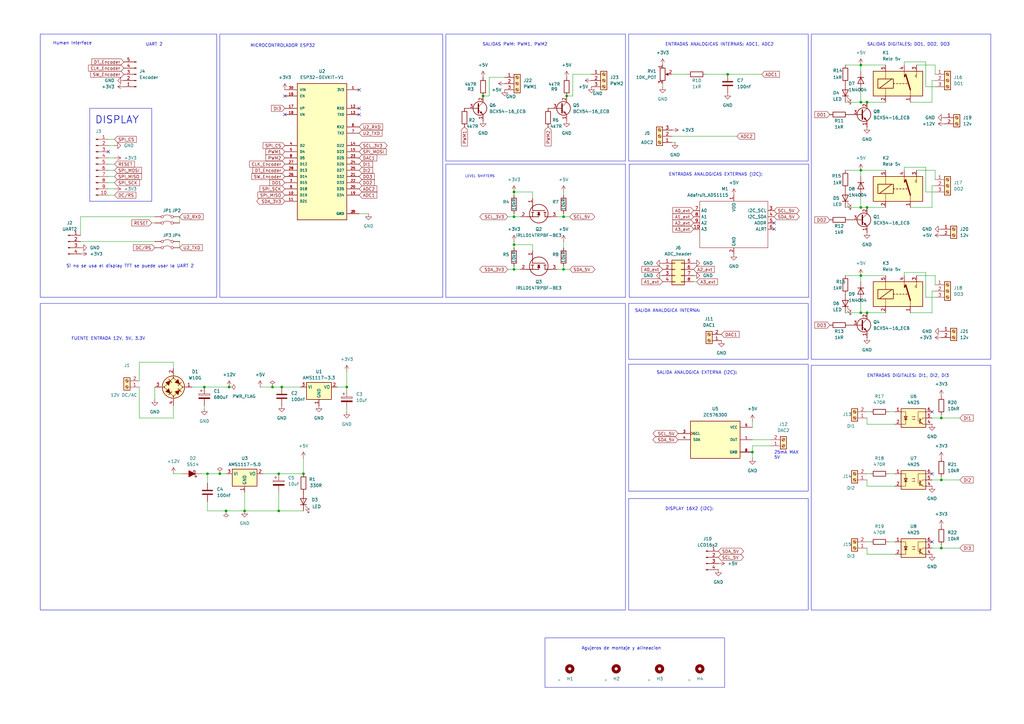
<source format=kicad_sch>
(kicad_sch (version 20231120) (generator "eeschema") (generator_version "8.0")
  (paper "A3")
  (title_block (title "Placa Base ESP32") (date "2024-09-27") (rev "1") (company "Seminario 1, UADE") (comment 1 "Joaquin Bergmann, 1137806") (comment 2 "Lucas Vidmar, 1103052"))
  (lib_symbols
    (symbol "+3.3V_1" (power) (pin_numbers hide) (pin_names (offset 0) hide)
      (property "Value" "+3.3V" (at 0 3.556 0))
      (symbol "+3.3V_1_1_1"
        (pin power_in line (at 0 0 90) (length 0) (name "~") (number "1"))
      )
    )
    (symbol "+3.3V_3" (power) (pin_numbers hide) (pin_names (offset 0) hide)
      (property "Value" "+3.3V" (at 0 3.556 0))
      (symbol "+3.3V_3_1_1"
        (pin power_in line (at 0 0 90) (length 0) (name "~") (number "1"))
      )
    )
    (symbol "+3.3V_4" (power) (pin_numbers hide) (pin_names (offset 0) hide)
      (property "Value" "+3.3V" (at 0 3.556 0))
      (symbol "+3.3V_4_1_1"
        (pin power_in line (at 0 0 90) (length 0) (name "~") (number "1"))
      )
    )
    (symbol "+5V_1" (power) (pin_numbers hide) (pin_names (offset 0) hide)
      (property "Value" "+5V" (at 0 3.556 0))
      (symbol "+5V_1_1_1"
        (pin power_in line (at 0 0 90) (length 0) (name "~") (number "1"))
      )
    )
    (symbol "+5V_2" (power) (pin_numbers hide) (pin_names (offset 0) hide)
      (property "Value" "+5V" (at 0 3.556 0))
      (symbol "+5V_2_1_1"
        (pin power_in line (at 0 0 90) (length 0) (name "~") (number "1"))
      )
    )
    (symbol "+5V_3" (power) (pin_numbers hide) (pin_names (offset 0) hide)
      (property "Value" "+5V" (at 0 3.556 0))
      (symbol "+5V_3_1_1"
        (pin power_in line (at 0 0 90) (length 0) (name "~") (number "1"))
      )
    )
    (symbol "+5V_4" (power) (pin_numbers hide) (pin_names (offset 0) hide)
      (property "Value" "+5V" (at 0 3.556 0))
      (symbol "+5V_4_1_1"
        (pin power_in line (at 0 0 90) (length 0) (name "~") (number "1"))
      )
    )
    (symbol "Connector:Conn_01x04_Pin" (pin_names (offset 1.016) hide)
      (property "Reference" "J" (at 0 5.08 0))
      (property "Value" "Conn_01x04_Pin" (at 0 -7.62 0))
      (symbol "Conn_01x04_Pin_1_1"
        (pin passive line (at 5.08 2.54 180) (length 3.81) (name "Pin_1") (number "1"))
        (pin passive line (at 5.08 0 180) (length 3.81) (name "Pin_2") (number "2"))
        (pin passive line (at 5.08 -2.54 180) (length 3.81) (name "Pin_3") (number "3"))
        (pin passive line (at 5.08 -5.08 180) (length 3.81) (name "Pin_4") (number "4"))
      )
    )
    (symbol "Connector:Conn_01x05_Pin" (pin_names (offset 1.016) hide)
      (property "Reference" "J" (at 0 7.62 0))
      (property "Value" "Conn_01x05_Pin" (at 0 -7.62 0))
      (symbol "Conn_01x05_Pin_1_1"
        (pin passive line (at 5.08 5.08 180) (length 3.81) (name "Pin_1") (number "1"))
        (pin passive line (at 5.08 2.54 180) (length 3.81) (name "Pin_2") (number "2"))
        (pin passive line (at 5.08 0 180) (length 3.81) (name "Pin_3") (number "3"))
        (pin passive line (at 5.08 -2.54 180) (length 3.81) (name "Pin_4") (number "4"))
        (pin passive line (at 5.08 -5.08 180) (length 3.81) (name "Pin_5") (number "5"))
      )
    )
    (symbol "Connector:Conn_01x10_Pin" (pin_names (offset 1.016) hide)
      (property "Reference" "J" (at 0 12.7 0))
      (property "Value" "Conn_01x10_Pin" (at 0 -15.24 0))
      (symbol "Conn_01x10_Pin_1_1"
        (pin passive line (at 5.08 10.16 180) (length 3.81) (name "Pin_1") (number "1"))
        (pin passive line (at 5.08 -12.7 180) (length 3.81) (name "Pin_10") (number "10"))
        (pin passive line (at 5.08 7.62 180) (length 3.81) (name "Pin_2") (number "2"))
        (pin passive line (at 5.08 5.08 180) (length 3.81) (name "Pin_3") (number "3"))
        (pin passive line (at 5.08 2.54 180) (length 3.81) (name "Pin_4") (number "4"))
        (pin passive line (at 5.08 0 180) (length 3.81) (name "Pin_5") (number "5"))
        (pin passive line (at 5.08 -2.54 180) (length 3.81) (name "Pin_6") (number "6"))
        (pin passive line (at 5.08 -5.08 180) (length 3.81) (name "Pin_7") (number "7"))
        (pin passive line (at 5.08 -7.62 180) (length 3.81) (name "Pin_8") (number "8"))
        (pin passive line (at 5.08 -10.16 180) (length 3.81) (name "Pin_9") (number "9"))
      )
    )
    (symbol "Connector:Screw_Terminal_01x02" (pin_names (offset 1.016) hide)
      (property "Reference" "J" (at 0 2.54 0))
      (property "Value" "Screw_Terminal_01x02" (at 0 -5.08 0))
      (symbol "Screw_Terminal_01x02_1_1"
        (pin passive line (at -5.08 0 0) (length 3.81) (name "Pin_1") (number "1"))
        (pin passive line (at -5.08 -2.54 0) (length 3.81) (name "Pin_2") (number "2"))
      )
    )
    (symbol "Connector:Screw_Terminal_01x03" (pin_names (offset 1.016) hide)
      (property "Reference" "J" (at 0 5.08 0))
      (property "Value" "Screw_Terminal_01x03" (at 0 -5.08 0))
      (symbol "Screw_Terminal_01x03_1_1"
        (pin passive line (at -5.08 2.54 0) (length 3.81) (name "Pin_1") (number "1"))
        (pin passive line (at -5.08 0 0) (length 3.81) (name "Pin_2") (number "2"))
        (pin passive line (at -5.08 -2.54 0) (length 3.81) (name "Pin_3") (number "3"))
      )
    )
    (symbol "Connector_Generic:Conn_02x04_Top_Bottom" (pin_names (offset 1.016) hide)
      (property "Reference" "J" (at 1.27 5.08 0))
      (property "Value" "Conn_02x04_Top_Bottom" (at 1.27 -7.62 0))
      (symbol "Conn_02x04_Top_Bottom_1_1"
        (pin passive line (at -5.08 2.54 0) (length 3.81) (name "Pin_1") (number "1"))
        (pin passive line (at -5.08 0 0) (length 3.81) (name "Pin_2") (number "2"))
        (pin passive line (at -5.08 -2.54 0) (length 3.81) (name "Pin_3") (number "3"))
        (pin passive line (at -5.08 -5.08 0) (length 3.81) (name "Pin_4") (number "4"))
        (pin passive line (at 7.62 2.54 180) (length 3.81) (name "Pin_5") (number "5"))
        (pin passive line (at 7.62 0 180) (length 3.81) (name "Pin_6") (number "6"))
        (pin passive line (at 7.62 -2.54 180) (length 3.81) (name "Pin_7") (number "7"))
        (pin passive line (at 7.62 -5.08 180) (length 3.81) (name "Pin_8") (number "8"))
      )
    )
    (symbol "Device:C" (pin_numbers hide) (pin_names (offset 0.254))
      (property "Reference" "C" (at 0.635 2.54 0))
      (property "Value" "C" (at 0.635 -2.54 0))
      (symbol "C_1_1"
        (pin passive line (at 0 3.81 270) (length 2.794) (name "~") (number "1"))
        (pin passive line (at 0 -3.81 90) (length 2.794) (name "~") (number "2"))
      )
    )
    (symbol "Device:C_Polarized" (pin_numbers hide) (pin_names (offset 0.254))
      (property "Reference" "C" (at 0.635 2.54 0))
      (property "Value" "C_Polarized" (at 0.635 -2.54 0))
      (symbol "C_Polarized_1_1"
        (pin passive line (at 0 3.81 270) (length 2.794) (name "~") (number "1"))
        (pin passive line (at 0 -3.81 90) (length 2.794) (name "~") (number "2"))
      )
    )
    (symbol "Device:LED" (pin_numbers hide) (pin_names (offset 1.016) hide)
      (property "Reference" "D" (at 0 2.54 0))
      (property "Value" "LED" (at 0 -2.54 0))
      (symbol "LED_1_1"
        (pin passive line (at -3.81 0 0) (length 2.54) (name "K") (number "1"))
        (pin passive line (at 3.81 0 180) (length 2.54) (name "A") (number "2"))
      )
    )
    (symbol "Device:Q_NPN_ECB" (pin_names (offset 0) hide)
      (property "Reference" "Q" (at 5.08 1.27 0))
      (property "Value" "Q_NPN_ECB" (at 5.08 -1.27 0))
      (symbol "Q_NPN_ECB_1_1"
        (pin passive line (at 2.54 -5.08 90) (length 2.54) (name "E") (number "1"))
        (pin passive line (at 2.54 5.08 270) (length 2.54) (name "C") (number "2"))
        (pin passive line (at -5.08 0 0) (length 5.715) (name "B") (number "3"))
      )
    )
    (symbol "Device:R" (pin_numbers hide) (pin_names (offset 0))
      (property "Reference" "R" (at 2.032 0 90))
      (property "Value" "R" (at 0 0 90))
      (symbol "R_1_1"
        (pin passive line (at 0 3.81 270) (length 1.27) (name "~") (number "1"))
        (pin passive line (at 0 -3.81 90) (length 1.27) (name "~") (number "2"))
      )
    )
    (symbol "Device:R_Potentiometer" (pin_names (offset 1.016) hide)
      (property "Reference" "RV" (at -4.445 0 90))
      (property "Value" "R_Potentiometer" (at -2.54 0 90))
      (symbol "R_Potentiometer_1_1"
        (pin passive line (at 0 3.81 270) (length 1.27) (name "1") (number "1"))
        (pin passive line (at 3.81 0 180) (length 1.27) (name "2") (number "2"))
        (pin passive line (at 0 -3.81 90) (length 1.27) (name "3") (number "3"))
      )
    )
    (symbol "Diode:1N4004" (pin_numbers hide) (pin_names hide)
      (property "Reference" "D" (at 0 2.54 0))
      (property "Value" "1N4004" (at 0 -2.54 0))
      (symbol "1N4004_1_1"
        (pin passive line (at -3.81 0 0) (length 2.54) (name "K") (number "1"))
        (pin passive line (at 3.81 0 180) (length 2.54) (name "A") (number "2"))
      )
    )
    (symbol "ESP32:ESP32-DEVKIT-V1" (pin_names (offset 1.016))
      (property "Reference" "U" (at -10.16 30.48 0))
      (property "Value" "ESP32-DEVKIT-V1" (at -10.16 -30.48 0))
      (symbol "ESP32-DEVKIT-V1_0_0"
        (pin output line (at 15.24 25.4 180) (length 5.08) (name "3V3") (number "1"))
        (pin bidirectional line (at -15.24 -17.78 0) (length 5.08) (name "D19") (number "10"))
        (pin bidirectional line (at -15.24 -20.32 0) (length 5.08) (name "D21") (number "11"))
        (pin input line (at 15.24 17.78 180) (length 5.08) (name "RX0") (number "12"))
        (pin output line (at 15.24 15.24 180) (length 5.08) (name "TX0") (number "13"))
        (pin bidirectional line (at 15.24 2.54 180) (length 5.08) (name "D22") (number "14"))
        (pin bidirectional line (at 15.24 0 180) (length 5.08) (name "D23") (number "15"))
        (pin input line (at -15.24 22.86 0) (length 5.08) (name "EN") (number "16"))
        (pin bidirectional line (at -15.24 17.78 0) (length 5.08) (name "VP") (number "17"))
        (pin bidirectional line (at -15.24 15.24 0) (length 5.08) (name "VN") (number "18"))
        (pin bidirectional line (at 15.24 -17.78 180) (length 5.08) (name "D34") (number "19"))
        (pin power_in line (at 15.24 -25.4 180) (length 5.08) (name "GND") (number "2"))
        (pin bidirectional line (at 15.24 -15.24 180) (length 5.08) (name "D35") (number "20"))
        (pin bidirectional line (at 15.24 -10.16 180) (length 5.08) (name "D32") (number "21"))
        (pin bidirectional line (at 15.24 -12.7 180) (length 5.08) (name "D33") (number "22"))
        (pin bidirectional line (at 15.24 -2.54 180) (length 5.08) (name "D25") (number "23"))
        (pin bidirectional line (at 15.24 -5.08 180) (length 5.08) (name "D26") (number "24"))
        (pin bidirectional line (at 15.24 -7.62 180) (length 5.08) (name "D27") (number "25"))
        (pin bidirectional line (at -15.24 -10.16 0) (length 5.08) (name "D14") (number "26"))
        (pin bidirectional line (at -15.24 -5.08 0) (length 5.08) (name "D12") (number "27"))
        (pin bidirectional line (at -15.24 -7.62 0) (length 5.08) (name "D13") (number "28"))
        (pin power_in line (at 15.24 -25.4 180) (length 5.08) (name "GND") (number "29"))
        (pin bidirectional line (at -15.24 -12.7 0) (length 5.08) (name "D15") (number "3"))
        (pin input line (at -15.24 25.4 0) (length 5.08) (name "VIN") (number "30"))
        (pin bidirectional line (at -15.24 2.54 0) (length 5.08) (name "D2") (number "4"))
        (pin bidirectional line (at -15.24 0 0) (length 5.08) (name "D4") (number "5"))
        (pin input line (at 15.24 10.16 180) (length 5.08) (name "RX2") (number "6"))
        (pin output line (at 15.24 7.62 180) (length 5.08) (name "TX2") (number "7"))
        (pin bidirectional line (at -15.24 -2.54 0) (length 5.08) (name "D5") (number "8"))
        (pin bidirectional line (at -15.24 -15.24 0) (length 5.08) (name "D18") (number "9"))
      )
    )
    (symbol "GND_1" (power) (pin_numbers hide) (pin_names (offset 0) hide)
      (property "Value" "GND" (at 0 -3.81 0))
      (symbol "GND_1_1_1"
        (pin power_in line (at 0 0 270) (length 0) (name "~") (number "1"))
      )
    )
    (symbol "GND_2" (power) (pin_numbers hide) (pin_names (offset 0) hide)
      (property "Value" "GND" (at 0 -3.81 0))
      (symbol "GND_2_1_1"
        (pin power_in line (at 0 0 270) (length 0) (name "~") (number "1"))
      )
    )
    (symbol "GND_3" (power) (pin_numbers hide) (pin_names (offset 0) hide)
      (property "Value" "GND" (at 0 -3.81 0))
      (symbol "GND_3_1_1"
        (pin power_in line (at 0 0 270) (length 0) (name "~") (number "1"))
      )
    )
    (symbol "GND_4" (power) (pin_numbers hide) (pin_names (offset 0) hide)
      (property "Value" "GND" (at 0 -3.81 0))
      (symbol "GND_4_1_1"
        (pin power_in line (at 0 0 270) (length 0) (name "~") (number "1"))
      )
    )
    (symbol "GND_5" (power) (pin_numbers hide) (pin_names (offset 0) hide)
      (property "Value" "GND" (at 0 -3.81 0))
      (symbol "GND_5_1_1"
        (pin power_in line (at 0 0 270) (length 0) (name "~") (number "1"))
      )
    )
    (symbol "GND_6" (power) (pin_numbers hide) (pin_names (offset 0) hide)
      (property "Value" "GND" (at 0 -3.81 0))
      (symbol "GND_6_1_1"
        (pin power_in line (at 0 0 270) (length 0) (name "~") (number "1"))
      )
    )
    (symbol "Isolator:4N25" (pin_names (offset 1.016))
      (property "Reference" "U" (at -5.08 5.08 0))
      (property "Value" "4N25" (at 0 5.08 0))
      (symbol "4N25_1_1"
        (pin passive line (at -7.62 2.54 0) (length 2.54) (name "~") (number "1"))
        (pin passive line (at -7.62 -2.54 0) (length 2.54) (name "~") (number "2"))
        (pin no_connect line (at -5.08 0 0) (length 2.54) hide (name "NC") (number "3"))
        (pin passive line (at 7.62 -2.54 180) (length 2.54) (name "~") (number "4"))
        (pin passive line (at 7.62 0 180) (length 2.54) (name "~") (number "5"))
        (pin passive line (at 7.62 2.54 180) (length 2.54) (name "~") (number "6"))
      )
    )
    (symbol "Jumper:Jumper_2_Bridged" (pin_numbers hide) (pin_names (offset 0) hide) (exclude_from_sim yes)
      (property "Reference" "JP" (at 0 1.905 0))
      (property "Value" "Jumper_2_Bridged" (at 0 -2.54 0))
      (symbol "Jumper_2_Bridged_1_1"
        (pin passive line (at -5.08 0 0) (length 2.54) (name "A") (number "1"))
        (pin passive line (at 5.08 0 180) (length 2.54) (name "B") (number "2"))
      )
    )
    (symbol "Mechanical:MountingHole" (pin_names (offset 1.016)) (exclude_from_sim yes) (in_bom no)
      (property "Reference" "H" (at 0 5.08 0))
      (property "Value" "MountingHole" (at 0 3.175 0))
    )
    (symbol "PCM_Capacitor_AKL:CP_Radial_D8.0mm_P3.80mm" (pin_numbers hide) (pin_names (offset 0.254))
      (property "Reference" "C" (at 0.635 2.54 0))
      (property "Value" "CP_Radial_D8.0mm_P3.80mm" (at 0.635 -2.54 0))
      (symbol "CP_Radial_D8.0mm_P3.80mm_1_1"
        (pin passive line (at 0 3.81 270) (length 2.794) (name "~") (number "1"))
        (pin passive line (at 0 -3.81 90) (length 2.794) (name "~") (number "2"))
      )
      (symbol "CP_Radial_D8.0mm_P3.80mm_1_2"
        (pin passive line (at 2.54 2.54 270) (length 0) (name "~") (number "1"))
        (pin passive line (at -2.54 -2.54 90) (length 0) (name "~") (number "2"))
      )
    )
    (symbol "PCM_Capacitor_AKL:C_1806" (pin_numbers hide) (pin_names (offset 0.254))
      (property "Reference" "C" (at 0.635 2.54 0))
      (property "Value" "C_1806" (at 0.635 -2.54 0))
      (symbol "C_1806_1_1"
        (pin passive line (at 0 3.81 270) (length 2.794) (name "~") (number "1"))
        (pin passive line (at 0 -3.81 90) (length 2.794) (name "~") (number "2"))
      )
      (symbol "C_1806_1_2"
        (pin passive line (at 2.54 2.54 270) (length 0) (name "~") (number "1"))
        (pin passive line (at -2.54 -2.54 90) (length 0) (name "~") (number "2"))
      )
    )
    (symbol "PCM_Diode_Bridge_AKL:W10G" (pin_names (offset 1.016) hide)
      (property "Reference" "D" (at 5.08 7.62 0))
      (property "Value" "W10G" (at 5.08 5.08 0))
      (symbol "W10G_1_1"
        (pin passive line (at 0 7.62 270) (length 2.54) (name "+") (number "1"))
        (pin passive line (at -7.62 0 0) (length 2.54) (name "1") (number "2"))
        (pin passive line (at 0 -7.62 90) (length 2.54) (name "-") (number "3"))
        (pin passive line (at 7.62 0 180) (length 2.54) (name "2") (number "4"))
      )
    )
    (symbol "PCM_Diode_Schottky_AKL:SS14" (pin_numbers hide) (pin_names (offset 1.016) hide)
      (property "Reference" "D" (at 0 5.08 0))
      (property "Value" "SS14" (at 0 2.54 0))
      (symbol "SS14_1_1"
        (pin passive line (at 3.81 0 180) (length 2.54) (name "K") (number "1"))
        (pin passive line (at -3.81 0 0) (length 2.54) (name "A") (number "2"))
      )
      (symbol "SS14_1_2"
        (pin passive line (at 2.54 2.54 180) (length 0) (name "K") (number "1"))
        (pin passive line (at -2.54 -2.54 0) (length 0) (name "A") (number "2"))
      )
    )
    (symbol "Regulator_Linear:AMS1117-3.3"
      (property "Reference" "U" (at -3.81 3.175 0))
      (property "Value" "AMS1117-3.3" (at 0 3.175 0))
      (symbol "AMS1117-3.3_1_1"
        (pin power_in line (at 0 -7.62 90) (length 2.54) (name "GND") (number "1"))
        (pin power_out line (at 7.62 0 180) (length 2.54) (name "VO") (number "2"))
        (pin power_in line (at -7.62 0 0) (length 2.54) (name "VI") (number "3"))
      )
    )
    (symbol "Regulator_Linear:AMS1117-5.0"
      (property "Reference" "U" (at -3.81 3.175 0))
      (property "Value" "AMS1117-5.0" (at 0 3.175 0))
      (symbol "AMS1117-5.0_1_1"
        (pin power_in line (at 0 -7.62 90) (length 2.54) (name "GND") (number "1"))
        (pin power_out line (at 7.62 0 180) (length 2.54) (name "VO") (number "2"))
        (pin power_in line (at -7.62 0 0) (length 2.54) (name "VI") (number "3"))
      )
    )
    (symbol "Relay:SANYOU_SRD_Form_C"
      (property "Reference" "K" (at 11.43 3.81 0))
      (property "Value" "SANYOU_SRD_Form_C" (at 11.43 1.27 0))
      (symbol "SANYOU_SRD_Form_C_1_1"
        (pin passive line (at 5.08 -7.62 90) (length 2.54) (name "~") (number "1"))
        (pin passive line (at -5.08 -7.62 90) (length 2.54) (name "~") (number "2"))
        (pin passive line (at 7.62 7.62 270) (length 2.54) (name "~") (number "3"))
        (pin passive line (at 2.54 7.62 270) (length 2.54) (name "~") (number "4"))
        (pin passive line (at -5.08 7.62 270) (length 2.54) (name "~") (number "5"))
      )
    )
    (symbol "SamacSys_Parts:BSS138" (pin_names hide)
      (property "Reference" "Q" (at 11.43 3.81 0))
      (property "Value" "BSS138" (at 11.43 1.27 0))
      (symbol "BSS138_1_1"
        (pin passive line (at 0 0 0) (length 2.54) (name "G") (number "1"))
        (pin passive line (at 7.62 -5.08 90) (length 2.54) (name "S") (number "2"))
        (pin passive line (at 7.62 10.16 270) (length 2.54) (name "D") (number "3"))
      )
    )
    (symbol "Screw_Terminal_01x03_1" (pin_names (offset 1.016) hide)
      (property "Reference" "J" (at 0 5.08 0))
      (property "Value" "Screw_Terminal_01x03" (at 0 -5.08 0))
      (symbol "Screw_Terminal_01x03_1_1_1"
        (pin passive line (at -5.08 2.54 0) (length 3.81) (name "Pin_1") (number "1"))
        (pin passive line (at -5.08 0 0) (length 3.81) (name "Pin_2") (number "2"))
        (pin passive line (at -5.08 -2.54 0) (length 3.81) (name "Pin_3") (number "3"))
      )
    )
    (symbol "ZC576300:ZC576300" (pin_names (offset 1.016))
      (property "Reference" "U" (at -10.16 10.16 0))
      (property "Value" "ZC576300" (at -10.16 -10.16 0))
      (symbol "ZC576300_0_0"
        (pin output line (at 15.24 0 180) (length 5.08) (name "OUT") (number "1"))
        (pin power_in line (at 15.24 -5.08 180) (length 5.08) (name "GND") (number "2"))
        (pin input clock (at -15.24 2.54 0) (length 5.08) (name "SCL") (number "3"))
        (pin bidirectional line (at -15.24 0 0) (length 5.08) (name "SDA") (number "4"))
        (pin power_in line (at 15.24 5.08 180) (length 5.08) (name "VCC") (number "5"))
        (pin power_in line (at 15.24 -5.08 180) (length 5.08) (name "GND") (number "6"))
      )
    )
    (symbol "adafruit_ads1115:Adafruit_ADS1115"
      (property "Reference" "M" (at 0 0 0))
      (property "Value" "Adafruit_ADS1115" (at 1.27 -2.54 0))
      (symbol "Adafruit_ADS1115_1_1"
        (pin power_in line (at 0 10.16 270) (length 2.54) (name "VDD") (number "1"))
        (pin input line (at 16.51 -3.81 180) (length 2.54) (name "A3") (number "10"))
        (pin power_in line (at 0 -13.97 90) (length 2.54) (name "GND") (number "2"))
        (pin bidirectional line (at -16.51 3.81 0) (length 2.54) (name "I2C_SCL") (number "3"))
        (pin bidirectional line (at -16.51 1.27 0) (length 2.54) (name "I2C_SDA") (number "4"))
        (pin bidirectional line (at -16.51 -1.27 0) (length 2.54) (name "ADDR") (number "5"))
        (pin bidirectional line (at -16.51 -3.81 0) (length 2.54) (name "ALRT") (number "6"))
        (pin input line (at 16.51 3.81 180) (length 2.54) (name "A0") (number "7"))
        (pin input line (at 16.51 1.27 180) (length 2.54) (name "A1") (number "8"))
        (pin input line (at 16.51 -1.27 180) (length 2.54) (name "A2") (number "9"))
      )
    )
    (symbol "power:+12V" (power) (pin_numbers hide) (pin_names (offset 0) hide)
      (property "Value" "+12V" (at 0 3.556 0))
      (symbol "+12V_1_1"
        (pin power_in line (at 0 0 90) (length 0) (name "~") (number "1"))
      )
    )
    (symbol "power:+3V3" (power) (pin_numbers hide) (pin_names (offset 0) hide)
      (property "Value" "+3V3" (at 0 3.556 0))
      (symbol "+3V3_1_1"
        (pin power_in line (at 0 0 90) (length 0) (name "~") (number "1"))
      )
    )
    (symbol "power:+5V" (power) (pin_numbers hide) (pin_names (offset 0) hide)
      (property "Value" "+5V" (at 0 3.556 0))
      (symbol "+5V_1_1"
        (pin power_in line (at 0 0 90) (length 0) (name "~") (number "1"))
      )
    )
    (symbol "power:PWR_FLAG" (power) (pin_numbers hide) (pin_names (offset 0) hide)
      (property "Value" "PWR_FLAG" (at 0 3.81 0))
      (symbol "PWR_FLAG_0_0"
        (pin power_out line (at 0 0 90) (length 0) (name "~") (number "1"))
      )
    )
  )
  (junction (at 210.82 100.33))
  (junction (at 386.08 224.79))
  (junction (at 83.82 158.75))
  (junction (at 353.06 113.03))
  (junction (at 92.71 209.55))
  (junction (at 386.08 196.85))
  (junction (at 355.6 41.91))
  (junction (at 353.06 85.09))
  (junction (at 353.06 69.85))
  (junction (at 85.09 194.31))
  (junction (at 210.82 110.49))
  (junction (at 114.3 209.55))
  (junction (at 124.46 194.31))
  (junction (at 353.06 26.67))
  (junction (at 114.3 194.31))
  (junction (at 142.24 158.75))
  (junction (at 355.6 85.09))
  (junction (at 232.41 39.37))
  (junction (at 90.17 194.31))
  (junction (at 386.08 171.45))
  (junction (at 93.98 158.75))
  (junction (at 231.14 88.9))
  (junction (at 115.57 158.75))
  (junction (at 353.06 128.27))
  (junction (at 210.82 88.9))
  (junction (at 298.45 30.48))
  (junction (at 353.06 41.91))
  (junction (at 231.14 110.49))
  (junction (at 100.33 209.55))
  (junction (at 355.6 128.27))
  (junction (at 210.82 78.74))
  (junction (at 308.61 185.42))
  (junction (at 111.76 158.75))
  (junction (at 198.12 39.37))
  (no_connect (at 116.84 46.99))
  (no_connect (at 147.32 36.83))
  (no_connect (at 44.45 62.23))
  (no_connect (at 317.5 91.44))
  (no_connect (at 147.32 46.99))
  (no_connect (at 116.84 39.37))
  (no_connect (at 317.5 93.98))
  (no_connect (at 382.27 194.31))
  (no_connect (at 382.27 222.25))
  (no_connect (at 147.32 44.45))
  (no_connect (at 382.27 168.91))
  (wire (pts (xy 100.33 209.55) (xy 114.3 209.55)))
  (polyline (pts (xy 62.23 82.55) (xy 62.23 44.45)))
  (wire (pts (xy 379.73 35.56) (xy 383.54 35.56)))
  (wire (pts (xy 386.08 170.18) (xy 386.08 171.45)))
  (wire (pts (xy 57.15 148.59) (xy 71.12 148.59)))
  (wire (pts (xy 382.27 171.45) (xy 386.08 171.45)))
  (wire (pts (xy 210.82 109.22) (xy 210.82 110.49)))
  (wire (pts (xy 124.46 187.96) (xy 124.46 194.31)))
  (wire (pts (xy 382.27 33.02) (xy 383.54 33.02)))
  (wire (pts (xy 44.45 74.93) (xy 46.99 74.93)))
  (wire (pts (xy 355.6 196.85) (xy 355.6 199.39)))
  (wire (pts (xy 370.84 68.58) (xy 370.84 69.85)))
  (wire (pts (xy 231.14 87.63) (xy 231.14 88.9)))
  (wire (pts (xy 138.43 158.75) (xy 142.24 158.75)))
  (wire (pts (xy 44.45 77.47) (xy 46.99 77.47)))
  (polyline (pts (xy 209.55 121.92) (xy 256.54 121.92)))
  (wire (pts (xy 85.09 209.55) (xy 92.71 209.55)))
  (wire (pts (xy 33.02 88.9) (xy 63.5 88.9)))
  (wire (pts (xy 228.6 110.49) (xy 231.14 110.49)))
  (wire (pts (xy 382.27 196.85) (xy 386.08 196.85)))
  (wire (pts (xy 353.06 128.27) (xy 355.6 128.27)))
  (wire (pts (xy 33.02 88.9) (xy 33.02 96.52)))
  (wire (pts (xy 210.82 87.63) (xy 210.82 88.9)))
  (wire (pts (xy 353.06 80.01) (xy 353.06 85.09)))
  (wire (pts (xy 346.71 41.91) (xy 353.06 41.91)))
  (wire (pts (xy 210.82 78.74) (xy 210.82 80.01)))
  (polyline (pts (xy 182.88 67.31) (xy 182.88 121.92)))
  (wire (pts (xy 308.61 172.72) (xy 308.61 175.26)))
  (wire (pts (xy 44.45 72.39) (xy 46.99 72.39)))
  (wire (pts (xy 106.68 158.75) (xy 111.76 158.75)))
  (wire (pts (xy 346.71 85.09) (xy 353.06 85.09)))
  (wire (pts (xy 355.6 171.45) (xy 355.6 173.99)))
  (wire (pts (xy 379.73 121.92) (xy 383.54 121.92)))
  (wire (pts (xy 346.71 128.27) (xy 353.06 128.27)))
  (wire (pts (xy 353.06 26.67) (xy 363.22 26.67)))
  (wire (pts (xy 370.84 111.76) (xy 379.73 111.76)))
  (wire (pts (xy 355.6 41.91) (xy 363.22 41.91)))
  (wire (pts (xy 210.82 88.9) (xy 213.36 88.9)))
  (polyline (pts (xy 62.23 44.45) (xy 36.83 44.45)))
  (wire (pts (xy 355.6 194.31) (xy 356.87 194.31)))
  (wire (pts (xy 308.61 180.34) (xy 316.23 180.34)))
  (wire (pts (xy 71.12 194.31) (xy 74.93 194.31)))
  (wire (pts (xy 382.27 119.38) (xy 383.54 119.38)))
  (wire (pts (xy 71.12 171.45) (xy 57.15 171.45)))
  (wire (pts (xy 83.82 167.64) (xy 83.82 166.37)))
  (wire (pts (xy 218.44 81.28) (xy 218.44 78.74)))
  (wire (pts (xy 200.66 31.75) (xy 207.01 31.75)))
  (wire (pts (xy 308.61 182.88) (xy 308.61 185.42)))
  (wire (pts (xy 234.95 30.48) (xy 242.57 30.48)))
  (wire (pts (xy 275.59 30.48) (xy 281.94 30.48)))
  (wire (pts (xy 231.14 110.49) (xy 233.68 110.49)))
  (polyline (pts (xy 256.54 67.31) (xy 182.88 67.31)))
  (wire (pts (xy 200.66 39.37) (xy 198.12 39.37)))
  (wire (pts (xy 382.27 76.2) (xy 383.54 76.2)))
  (wire (pts (xy 83.82 158.75) (xy 93.98 158.75)))
  (wire (pts (xy 208.28 110.49) (xy 210.82 110.49)))
  (wire (pts (xy 44.45 80.01) (xy 46.99 80.01)))
  (wire (pts (xy 111.76 158.75) (xy 115.57 158.75)))
  (wire (pts (xy 379.73 111.76) (xy 379.73 121.92)))
  (wire (pts (xy 114.3 201.93) (xy 114.3 209.55)))
  (wire (pts (xy 386.08 171.45) (xy 393.7 171.45)))
  (wire (pts (xy 271.78 34.29) (xy 271.78 35.56)))
  (wire (pts (xy 289.56 30.48) (xy 298.45 30.48)))
  (wire (pts (xy 231.14 99.06) (xy 231.14 101.6)))
  (wire (pts (xy 355.6 85.09) (xy 363.22 85.09)))
  (polyline (pts (xy 182.88 121.92) (xy 209.55 121.92)))
  (wire (pts (xy 85.09 209.55) (xy 85.09 205.74)))
  (wire (pts (xy 375.92 113.03) (xy 383.54 113.03)))
  (wire (pts (xy 353.06 113.03) (xy 363.22 113.03)))
  (wire (pts (xy 346.71 26.67) (xy 353.06 26.67)))
  (wire (pts (xy 57.15 156.21) (xy 57.15 148.59)))
  (wire (pts (xy 147.32 87.63) (xy 151.13 87.63)))
  (wire (pts (xy 85.09 194.31) (xy 85.09 198.12)))
  (wire (pts (xy 44.45 67.31) (xy 46.99 67.31)))
  (wire (pts (xy 90.17 194.31) (xy 92.71 194.31)))
  (wire (pts (xy 234.95 39.37) (xy 232.41 39.37)))
  (wire (pts (xy 62.23 91.44) (xy 63.5 91.44)))
  (wire (pts (xy 383.54 113.03) (xy 383.54 116.84)))
  (wire (pts (xy 44.45 59.69) (xy 46.99 59.69)))
  (wire (pts (xy 114.3 209.55) (xy 124.46 209.55)))
  (wire (pts (xy 228.6 88.9) (xy 231.14 88.9)))
  (wire (pts (xy 373.38 41.91) (xy 382.27 41.91)))
  (wire (pts (xy 375.92 69.85) (xy 383.54 69.85)))
  (wire (pts (xy 316.23 182.88) (xy 308.61 182.88)))
  (wire (pts (xy 100.33 209.55) (xy 100.33 201.93)))
  (wire (pts (xy 353.06 69.85) (xy 363.22 69.85)))
  (wire (pts (xy 71.12 166.37) (xy 71.12 171.45)))
  (wire (pts (xy 355.6 199.39) (xy 367.03 199.39)))
  (wire (pts (xy 218.44 102.87) (xy 218.44 100.33)))
  (wire (pts (xy 275.59 55.88) (xy 302.26 55.88)))
  (wire (pts (xy 386.08 224.79) (xy 393.7 224.79)))
  (wire (pts (xy 231.14 88.9) (xy 233.68 88.9)))
  (polyline (pts (xy 36.83 44.45) (xy 36.83 82.55)))
  (wire (pts (xy 353.06 26.67) (xy 353.06 29.21)))
  (wire (pts (xy 44.45 64.77) (xy 46.99 64.77)))
  (wire (pts (xy 142.24 158.75) (xy 142.24 160.02)))
  (wire (pts (xy 382.27 41.91) (xy 382.27 33.02)))
  (wire (pts (xy 308.61 187.96) (xy 308.61 185.42)))
  (wire (pts (xy 73.66 88.9) (xy 73.66 91.44)))
  (wire (pts (xy 275.59 58.42) (xy 276.86 58.42)))
  (wire (pts (xy 379.73 78.74) (xy 383.54 78.74)))
  (wire (pts (xy 355.6 168.91) (xy 356.87 168.91)))
  (wire (pts (xy 142.24 152.4) (xy 142.24 158.75)))
  (wire (pts (xy 364.49 168.91) (xy 367.03 168.91)))
  (wire (pts (xy 210.82 110.49) (xy 213.36 110.49)))
  (wire (pts (xy 63.5 158.75) (xy 63.5 163.83)))
  (wire (pts (xy 364.49 194.31) (xy 367.03 194.31)))
  (wire (pts (xy 210.82 78.74) (xy 218.44 78.74)))
  (wire (pts (xy 370.84 68.58) (xy 379.73 68.58)))
  (wire (pts (xy 355.6 222.25) (xy 356.87 222.25)))
  (wire (pts (xy 353.06 123.19) (xy 353.06 128.27)))
  (wire (pts (xy 114.3 194.31) (xy 124.46 194.31)))
  (wire (pts (xy 82.55 194.31) (xy 85.09 194.31)))
  (wire (pts (xy 370.84 111.76) (xy 370.84 113.03)))
  (wire (pts (xy 373.38 85.09) (xy 382.27 85.09)))
  (polyline (pts (xy 52.07 82.55) (xy 62.23 82.55)))
  (wire (pts (xy 386.08 196.85) (xy 393.7 196.85)))
  (wire (pts (xy 382.27 85.09) (xy 382.27 76.2)))
  (wire (pts (xy 353.06 113.03) (xy 353.06 115.57)))
  (wire (pts (xy 355.6 227.33) (xy 367.03 227.33)))
  (wire (pts (xy 200.66 31.75) (xy 200.66 39.37)))
  (wire (pts (xy 355.6 128.27) (xy 363.22 128.27)))
  (wire (pts (xy 379.73 68.58) (xy 379.73 78.74)))
  (wire (pts (xy 218.44 100.33) (xy 210.82 100.33)))
  (wire (pts (xy 379.73 25.4) (xy 379.73 35.56)))
  (wire (pts (xy 231.14 78.74) (xy 231.14 80.01)))
  (wire (pts (xy 383.54 26.67) (xy 383.54 30.48)))
  (wire (pts (xy 44.45 57.15) (xy 46.99 57.15)))
  (wire (pts (xy 231.14 109.22) (xy 231.14 110.49)))
  (wire (pts (xy 370.84 25.4) (xy 370.84 26.67)))
  (wire (pts (xy 234.95 30.48) (xy 234.95 39.37)))
  (wire (pts (xy 355.6 224.79) (xy 355.6 227.33)))
  (wire (pts (xy 57.15 171.45) (xy 57.15 158.75)))
  (wire (pts (xy 373.38 128.27) (xy 382.27 128.27)))
  (wire (pts (xy 386.08 196.85) (xy 386.08 195.58)))
  (wire (pts (xy 78.74 158.75) (xy 83.82 158.75)))
  (wire (pts (xy 382.27 128.27) (xy 382.27 119.38)))
  (polyline (pts (xy 36.83 82.55) (xy 52.07 82.55)))
  (wire (pts (xy 355.6 173.99) (xy 367.03 173.99)))
  (wire (pts (xy 107.95 194.31) (xy 114.3 194.31)))
  (wire (pts (xy 208.28 88.9) (xy 210.82 88.9)))
  (wire (pts (xy 353.06 69.85) (xy 353.06 72.39)))
  (wire (pts (xy 85.09 194.31) (xy 90.17 194.31)))
  (wire (pts (xy 142.24 168.91) (xy 142.24 167.64)))
  (wire (pts (xy 346.71 113.03) (xy 353.06 113.03)))
  (wire (pts (xy 353.06 85.09) (xy 355.6 85.09)))
  (wire (pts (xy 33.02 99.06) (xy 63.5 99.06)))
  (wire (pts (xy 298.45 30.48) (xy 312.42 30.48)))
  (wire (pts (xy 375.92 26.67) (xy 383.54 26.67)))
  (wire (pts (xy 382.27 224.79) (xy 386.08 224.79)))
  (wire (pts (xy 364.49 222.25) (xy 367.03 222.25)))
  (wire (pts (xy 210.82 100.33) (xy 210.82 101.6)))
  (wire (pts (xy 386.08 224.79) (xy 386.08 223.52)))
  (wire (pts (xy 353.06 41.91) (xy 355.6 41.91)))
  (wire (pts (xy 44.45 69.85) (xy 46.99 69.85)))
  (wire (pts (xy 73.66 99.06) (xy 73.66 101.6)))
  (polyline (pts (xy 256.54 121.92) (xy 256.54 67.31)))
  (wire (pts (xy 284.48 115.57) (xy 285.75 115.57)))
  (wire (pts (xy 370.84 25.4) (xy 379.73 25.4)))
  (wire (pts (xy 92.71 209.55) (xy 100.33 209.55)))
  (wire (pts (xy 353.06 36.83) (xy 353.06 41.91)))
  (wire (pts (xy 210.82 99.06) (xy 210.82 100.33)))
  (wire (pts (xy 346.71 69.85) (xy 353.06 69.85)))
  (wire (pts (xy 71.12 148.59) (xy 71.12 151.13)))
  (wire (pts (xy 115.57 158.75) (xy 123.19 158.75)))
  (wire (pts (xy 383.54 69.85) (xy 383.54 73.66)))
  (rectangle (start 258.064 67.31) (end 331.724 121.92))
  (rectangle (start 257.81 124.46) (end 331.47 147.32))
  (rectangle (start 257.81 204.47) (end 331.47 250.19))
  (rectangle (start 16.51 124.46) (end 256.54 250.19))
  (rectangle (start 16.51 13.97) (end 88.9 121.92))
  (rectangle (start 332.74 149.86) (end 406.4 250.19))
  (rectangle (start 90.17 13.97) (end 181.61 121.92))
  (rectangle (start 257.81 13.97) (end 331.47 66.04))
  (rectangle (start 257.81 149.352) (end 331.47 201.422))
  (rectangle (start 332.74 13.97) (end 406.4 147.32))
  (rectangle (start 182.88 13.97) (end 256.54 66.04))
  (rectangle (start 223.52 261.62) (end 297.18 281.94))
  (text "SALIDA ANALOGICA INTERNA:" (at 260.35 128.27 0) (effects (font (size 1.27 1.27)) (justify left bottom)))
  (text "UART 2\n" (at 59.69 19.05 0) (effects (font (size 1.27 1.27)) (justify left bottom)))
  (text "Si no se usa el display TFT se puede usar la UART 2" (at 53.34 109.22 0) (effects (font (size 1.27 1.27))))
  (text "Agujeros de montaje y alineacion" (at 238.506 266.7 0) (effects (font (size 1.27 1.27)) (justify left bottom)))
  (text "25mA MAX\n5V" (at 317.5 186.69 0) (effects (font (size 1.27 1.27)) (justify left)))
  (text "MICROCONTROLADOR ESP32" (at 102.616 19.558 0) (effects (font (size 1.27 1.27)) (justify left bottom)))
  (text "ENTRADAS DIGITALES: DI1, DI2, DI3" (at 355.6 154.94 0) (effects (font (size 1.27 1.27)) (justify left bottom)))
  (text "DISPLAY 16X2 (I2C):" (at 272.796 209.55 0) (effects (font (size 1.27 1.27)) (justify left bottom)))
  (text "SALIDA ANALOGICA EXTERNA (I2C):" (at 269.24 153.67 0) (effects (font (size 1.27 1.27)) (justify left bottom)))
  (text "ENTRADAS ANALOGICAS INTERNAS: ADC1, ADC2" (at 272.796 19.05 0) (effects (font (size 1.27 1.27)) (justify left bottom)))
  (text "FUENTE ENTRADA 12V, 5V, 3.3V" (at 29.21 139.7 0) (effects (font (size 1.27 1.27)) (justify left bottom)))
  (text "ENTRADAS ANALOGICAS EXTERNAS (I2C):" (at 274.32 72.39 0) (effects (font (size 1.27 1.27)) (justify left bottom)))
  (text "Human Interface" (at 29.718 17.78 0) (effects (font (size 1.27 1.27))))
  (text "SALIDAS DIGITALES: DO1, DO2, DO3" (at 355.6 19.05 0) (effects (font (size 1.27 1.27)) (justify left bottom)))
  (text "LEVEL SHIFTERS" (at 196.85 72.39 0) (effects (font (size 1 1) (thickness 0.125))))
  (text "DISPLAY" (at 48.006 49.276 0) (effects (font (size 3 3) (thickness 0.254) (bold yes))))
  (text "SALIDAS PWM: PWM1, PWM2\n" (at 197.866 19.05 0) (effects (font (size 1.27 1.27)) (justify left bottom)))
  (global_label "DT_Encoder" (shape input) (at 50.8 25.4 180) (property "Intersheetrefs" "${INTERSHEET_REFS}" (effects (hide yes))))
  (global_label "DO2" (shape input) (at 147.32 74.93 0) (property "Intersheetrefs" "${INTERSHEET_REFS}" (effects (hide yes))))
  (global_label "SCL_5V" (shape bidirectional) (at 233.68 88.9 0) (property "Intersheetrefs" "${INTERSHEET_REFS}" (effects (hide yes))))
  (global_label "DT_Encoder" (shape input) (at 116.84 69.85 180) (property "Intersheetrefs" "${INTERSHEET_REFS}" (effects (hide yes))))
  (global_label "SCL_5V" (shape bidirectional) (at 294.64 228.6 0) (property "Intersheetrefs" "${INTERSHEET_REFS}" (effects (hide yes))))
  (global_label "DO1" (shape input) (at 340.36 46.99 180) (property "Intersheetrefs" "${INTERSHEET_REFS}" (effects (hide yes))))
  (global_label "SPI_MISO" (shape input) (at 46.99 72.39 0) (property "Intersheetrefs" "${INTERSHEET_REFS}" (effects (hide yes))))
  (global_label "SW_Encoder" (shape input) (at 50.8 30.48 180) (property "Intersheetrefs" "${INTERSHEET_REFS}" (effects (hide yes))))
  (global_label "PWM1" (shape input) (at 190.5 52.07 270) (property "Intersheetrefs" "${INTERSHEET_REFS}" (effects (hide yes))))
  (global_label "RESET" (shape input) (at 46.99 67.31 0) (property "Intersheetrefs" "${INTERSHEET_REFS}" (effects (hide yes))))
  (global_label "DO3" (shape input) (at 340.36 133.35 180) (property "Intersheetrefs" "${INTERSHEET_REFS}" (effects (hide yes))))
  (global_label "SPI_MOSI" (shape input) (at 46.99 69.85 0) (property "Intersheetrefs" "${INTERSHEET_REFS}" (effects (hide yes))))
  (global_label "A1_ext" (shape input) (at 271.78 115.57 180) (property "Intersheetrefs" "${INTERSHEET_REFS}" (effects (hide yes))))
  (global_label "DO3" (shape input) (at 147.32 72.39 0) (property "Intersheetrefs" "${INTERSHEET_REFS}" (effects (hide yes))))
  (global_label "DI3" (shape input) (at 393.7 224.79 0) (property "Intersheetrefs" "${INTERSHEET_REFS}" (effects (hide yes))))
  (global_label "SCL_3V3" (shape bidirectional) (at 147.32 59.69 0) (property "Intersheetrefs" "${INTERSHEET_REFS}" (effects (hide yes))))
  (global_label "ADC2" (shape input) (at 147.32 77.47 0) (property "Intersheetrefs" "${INTERSHEET_REFS}" (effects (hide yes))))
  (global_label "SCL_5V" (shape bidirectional) (at 317.5 86.36 0) (property "Intersheetrefs" "${INTERSHEET_REFS}" (effects (hide yes))))
  (global_label "DAC1" (shape input) (at 295.91 137.16 0) (property "Intersheetrefs" "${INTERSHEET_REFS}" (effects (hide yes))))
  (global_label "PWM1" (shape input) (at 116.84 62.23 180) (property "Intersheetrefs" "${INTERSHEET_REFS}" (effects (hide yes))))
  (global_label "A3_ext" (shape input) (at 285.75 115.57 0) (property "Intersheetrefs" "${INTERSHEET_REFS}" (effects (hide yes))))
  (global_label "SDA_5V" (shape bidirectional) (at 278.13 180.34 180) (property "Intersheetrefs" "${INTERSHEET_REFS}" (effects (hide yes))))
  (global_label "DAC1" (shape input) (at 147.32 64.77 0) (property "Intersheetrefs" "${INTERSHEET_REFS}" (effects (hide yes))))
  (global_label "SDA_5V" (shape bidirectional) (at 294.64 226.06 0) (property "Intersheetrefs" "${INTERSHEET_REFS}" (effects (hide yes))))
  (global_label "SW_Encoder" (shape input) (at 116.84 72.39 180) (property "Intersheetrefs" "${INTERSHEET_REFS}" (effects (hide yes))))
  (global_label "SDA_3V3" (shape bidirectional) (at 116.84 82.55 180) (property "Intersheetrefs" "${INTERSHEET_REFS}" (effects (hide yes))))
  (global_label "DC{slash}RS" (shape input) (at 63.5 101.6 180) (property "Intersheetrefs" "${INTERSHEET_REFS}" (effects (hide yes))))
  (global_label "A1_ext" (shape input) (at 284.48 88.9 180) (property "Intersheetrefs" "${INTERSHEET_REFS}" (effects (hide yes))))
  (global_label "DI2" (shape input) (at 393.7 196.85 0) (property "Intersheetrefs" "${INTERSHEET_REFS}" (effects (hide yes))))
  (global_label "SCL_5V" (shape bidirectional) (at 278.13 177.8 180) (property "Intersheetrefs" "${INTERSHEET_REFS}" (effects (hide yes))))
  (global_label "ADC1" (shape input) (at 312.42 30.48 0) (property "Intersheetrefs" "${INTERSHEET_REFS}" (effects (hide yes))))
  (global_label "DO2" (shape input) (at 340.36 90.17 180) (property "Intersheetrefs" "${INTERSHEET_REFS}" (effects (hide yes))))
  (global_label "DI2" (shape input) (at 147.32 69.85 0) (property "Intersheetrefs" "${INTERSHEET_REFS}" (effects (hide yes))))
  (global_label "DI1" (shape input) (at 393.7 171.45 0) (property "Intersheetrefs" "${INTERSHEET_REFS}" (effects (hide yes))))
  (global_label "U2_TXD" (shape input) (at 147.32 54.61 0) (property "Intersheetrefs" "${INTERSHEET_REFS}" (effects (hide yes))))
  (global_label "PWM2" (shape input) (at 224.79 52.07 270) (property "Intersheetrefs" "${INTERSHEET_REFS}" (effects (hide yes))))
  (global_label "ADC2" (shape input) (at 302.26 55.88 0) (property "Intersheetrefs" "${INTERSHEET_REFS}" (effects (hide yes))))
  (global_label "A2_ext" (shape input) (at 284.48 110.49 0) (property "Intersheetrefs" "${INTERSHEET_REFS}" (effects (hide yes))))
  (global_label "SPI_CS" (shape input) (at 46.99 57.15 0) (property "Intersheetrefs" "${INTERSHEET_REFS}" (effects (hide yes))))
  (global_label "SDA_5V" (shape bidirectional) (at 233.68 110.49 0) (property "Intersheetrefs" "${INTERSHEET_REFS}" (effects (hide yes))))
  (global_label "SCL_3V3" (shape bidirectional) (at 208.28 88.9 180) (property "Intersheetrefs" "${INTERSHEET_REFS}" (effects (hide yes))))
  (global_label "U2_TXD" (shape input) (at 73.66 101.6 0) (property "Intersheetrefs" "${INTERSHEET_REFS}" (effects (hide yes))))
  (global_label "DI1" (shape input) (at 147.32 67.31 0) (property "Intersheetrefs" "${INTERSHEET_REFS}" (effects (hide yes))))
  (global_label "SPI_CS" (shape input) (at 116.84 59.69 180) (property "Intersheetrefs" "${INTERSHEET_REFS}" (effects (hide yes))))
  (global_label "DO1" (shape input) (at 116.84 74.93 180) (property "Intersheetrefs" "${INTERSHEET_REFS}" (effects (hide yes))))
  (global_label "CLK_Encoder" (shape input) (at 116.84 67.31 180) (property "Intersheetrefs" "${INTERSHEET_REFS}" (effects (hide yes))))
  (global_label "RESET" (shape input) (at 62.23 91.44 180) (property "Intersheetrefs" "${INTERSHEET_REFS}" (effects (hide yes))))
  (global_label "ADC1" (shape input) (at 147.32 80.01 0) (property "Intersheetrefs" "${INTERSHEET_REFS}" (effects (hide yes))))
  (global_label "A0_ext" (shape input) (at 284.48 86.36 180) (property "Intersheetrefs" "${INTERSHEET_REFS}" (effects (hide yes))))
  (global_label "DC{slash}RS" (shape input) (at 46.99 80.01 0) (property "Intersheetrefs" "${INTERSHEET_REFS}" (effects (hide yes))))
  (global_label "CLK_Encoder" (shape input) (at 50.8 27.94 180) (property "Intersheetrefs" "${INTERSHEET_REFS}" (effects (hide yes))))
  (global_label "A3_ext" (shape input) (at 284.48 93.98 180) (property "Intersheetrefs" "${INTERSHEET_REFS}" (effects (hide yes))))
  (global_label "SDA_5V" (shape bidirectional) (at 317.5 88.9 0) (property "Intersheetrefs" "${INTERSHEET_REFS}" (effects (hide yes))))
  (global_label "DI3" (shape input) (at 116.84 44.45 180) (property "Intersheetrefs" "${INTERSHEET_REFS}" (effects (hide yes))))
  (global_label "A0_ext" (shape input) (at 271.78 110.49 180) (property "Intersheetrefs" "${INTERSHEET_REFS}" (effects (hide yes))))
  (global_label "U2_RXD" (shape input) (at 147.32 52.07 0) (property "Intersheetrefs" "${INTERSHEET_REFS}" (effects (hide yes))))
  (global_label "U2_RXD" (shape input) (at 73.66 88.9 0) (property "Intersheetrefs" "${INTERSHEET_REFS}" (effects (hide yes))))
  (global_label "PWM2" (shape input) (at 116.84 64.77 180) (property "Intersheetrefs" "${INTERSHEET_REFS}" (effects (hide yes))))
  (global_label "SPI_SCK" (shape input) (at 46.99 74.93 0) (property "Intersheetrefs" "${INTERSHEET_REFS}" (effects (hide yes))))
  (global_label "SPI_MISO" (shape input) (at 116.84 80.01 180) (property "Intersheetrefs" "${INTERSHEET_REFS}" (effects (hide yes))))
  (global_label "SDA_3V3" (shape bidirectional) (at 208.28 110.49 180) (property "Intersheetrefs" "${INTERSHEET_REFS}" (effects (hide yes))))
  (global_label "A2_ext" (shape input) (at 284.48 91.44 180) (property "Intersheetrefs" "${INTERSHEET_REFS}" (effects (hide yes))))
  (global_label "SPI_MOSI" (shape input) (at 147.32 62.23 0) (property "Intersheetrefs" "${INTERSHEET_REFS}" (effects (hide yes))))
  (global_label "SPI_SCK" (shape input) (at 116.84 77.47 180) (property "Intersheetrefs" "${INTERSHEET_REFS}" (effects (hide yes))))
  (symbol (lib_id "Device:R") (at 386.08 191.77 0) (unit 1)
    (property "Reference" "R21" (at 388.62 190.4999 0) (effects (justify left)))
    (property "Value" "10kR" (at 388.62 193.0399 0) (effects (justify left)))
    (property "Footprint" "Resistor_SMD:R_1210_3225Metric_Pad1.30x2.65mm_HandSolder" (effects (hide yes)))
    (property "Description" "Resistor" (effects (hide yes)))
    (property "Mouser" "CRCW121010K0JNEAIF " (effects (hide yes)))
    (property "Mfg Part #" "RT0805BRD0710KL" (effects (hide yes)))
  )
  (symbol (lib_id "Device:LED") (at 346.71 81.28 90) (unit 1)
    (property "Reference" "D5" (at 341.63 81.28 90) (effects (justify right)))
    (property "Value" "LED" (at 341.63 83.82 90) (effects (justify right)))
    (property "Footprint" "easyeda2kicad:led3mm" (effects (hide yes)))
  )
  (symbol (lib_name "GND_6") (lib_id "power:GND") (at 271.78 113.03 270) (unit 1)
    (property "Reference" "#PWR034" (effects (hide yes)))
    (property "Value" "GND" (at 267.97 113.0299 90) (effects (justify right)))
    (property "Description" "Power symbol creates a global label with name \"GND\" , ground" (effects (hide yes)))
  )
  (symbol (lib_name "+3.3V_1") (lib_id "power:+3.3V") (at 46.99 64.77 270) (unit 1)
    (property "Reference" "#PWR04" (effects (hide yes)))
    (property "Value" "+3V3" (at 50.8 64.7699 90) (effects (justify left)))
    (property "Description" "Power symbol creates a global label with name \"+3.3V\"" (effects (hide yes)))
  )
  (symbol (lib_id "Device:C_Polarized") (at 114.3 198.12 0) (unit 1)
    (property "Reference" "C5" (at 118.11 195.9609 0) (effects (justify left)))
    (property "Value" "10uf" (at 118.11 198.5009 0) (effects (justify left)))
    (property "Footprint" "Capacitor_SMD:C_1812_4532Metric_Pad1.57x3.40mm_HandSolder" (effects (hide yes)))
    (property "Description" "Polarized capacitor" (effects (hide yes)))
    (property "Mouser" "1812YC106MAT2A " (effects (hide yes)))
  )
  (symbol (lib_id "PCM_Diode_Bridge_AKL:W10G") (at 71.12 158.75 270) (unit 1)
    (property "Reference" "D1" (at 80.01 152.4314 90))
    (property "Value" "W10G" (at 80.01 154.9714 90))
    (property "Footprint" "Diode_THT:Diode_Bridge_Round_D9.8mm" (effects (hide yes)))
    (property "Datasheet" "https://www.tme.eu/Document/788ba0b57bd58d8d2bef4a808a32e3a3/W06G-E4-51.pdf" (effects (hide yes)))
    (property "Description" "1.5A, 1000V, THT Diode bridge, Alternate KiCAD Library" (effects (hide yes)))
  )
  (symbol (lib_id "Relay:SANYOU_SRD_Form_C") (at 368.3 77.47 0) (unit 1)
    (property "Reference" "K2" (at 361.95 64.77 0) (effects (justify left)))
    (property "Value" "Rele 5v" (at 361.95 67.31 0) (effects (justify left)))
    (property "Footprint" "Relay_THT:Relay_SPDT_SANYOU_SRD_Series_Form_C" (effects (hide yes)))
    (property "Datasheet" "http://www.sanyourelay.ca/public/products/pdf/SRD.pdf" (effects (hide yes)))
  )
  (symbol (lib_id "Device:R") (at 386.08 166.37 0) (unit 1)
    (property "Reference" "R20" (at 388.62 165.0999 0) (effects (justify left)))
    (property "Value" "10kR" (at 388.62 167.6399 0) (effects (justify left)))
    (property "Footprint" "Resistor_SMD:R_1210_3225Metric_Pad1.30x2.65mm_HandSolder" (effects (hide yes)))
    (property "Description" "Resistor" (effects (hide yes)))
    (property "Mouser" "CRCW121010K0JNEAIF " (effects (hide yes)))
    (property "Mfg Part #" "RT0805BRD0710KL" (effects (hide yes)))
  )
  (symbol (lib_name "GND_5") (lib_id "power:GND") (at 355.6 138.43 0) (unit 1)
    (property "Reference" "#PWR052" (effects (hide yes)))
    (property "Value" "GND" (at 355.6 143.51 0))
    (property "Description" "Power symbol creates a global label with name \"GND\" , ground" (effects (hide yes)))
  )
  (symbol (lib_id "Jumper:Jumper_2_Bridged") (at 68.58 99.06 0) (unit 1) (exclude_from_sim yes)
    (property "Reference" "JP3" (at 68.58 96.52 0))
    (property "Value" "Jumper_2_Bridged" (effects (hide yes)))
    (property "Footprint" "easyeda2kicad:PinHeader_1.2_large" (effects (hide yes)))
    (property "Description" "Jumper, 2-pole, closed/bridged" (effects (hide yes)))
  )
  (symbol (lib_id "Device:R") (at 232.41 35.56 0) (unit 1)
    (property "Reference" "R9" (at 227.33 36.576 0))
    (property "Value" "4k7R" (at 227.33 34.544 0))
    (property "Footprint" "Resistor_SMD:R_1210_3225Metric_Pad1.30x2.65mm_HandSolder" (effects (hide yes)))
    (property "Mouser" "CRCW12104K70JNEAIF " (effects (hide yes)))
  )
  (symbol (lib_name "GND_5") (lib_id "power:GND") (at 355.6 52.07 0) (unit 1)
    (property "Reference" "#PWR050" (effects (hide yes)))
    (property "Value" "GND" (at 355.6 57.15 0))
    (property "Description" "Power symbol creates a global label with name \"GND\" , ground" (effects (hide yes)))
  )
  (symbol (lib_id "Connector:Screw_Terminal_01x02") (at 350.52 196.85 180) (unit 1)
    (property "Reference" "J14" (at 347.472 195.326 0))
    (property "Value" "DI2" (at 348.996 200.152 0))
    (property "Footprint" "easyeda2kicad:PinHeader_1.2_large" (effects (hide yes)))
    (property "Description" "Generic screw terminal, single row, 01x02, script generated (kicad-library-utils/schlib/autogen/connector/)" (effects (hide yes)))
  )
  (symbol (lib_name "GND_5") (lib_id "power:GND") (at 198.12 49.53 0) (unit 1)
    (property "Reference" "#PWR022" (effects (hide yes)))
    (property "Value" "GND" (at 198.12 54.61 0))
    (property "Description" "Power symbol creates a global label with name \"GND\" , ground" (effects (hide yes)))
  )
  (symbol (lib_id "Device:R") (at 360.68 222.25 90) (unit 1)
    (property "Reference" "R19" (at 360.68 215.9 90))
    (property "Value" "470R" (at 360.68 218.44 90))
    (property "Footprint" "Resistor_SMD:R_1210_3225Metric_Pad1.30x2.65mm_HandSolder" (effects (hide yes)))
    (property "Description" "Resistor" (effects (hide yes)))
    (property "Mouser" "CRCW1210470RFKEAHP " (effects (hide yes)))
  )
  (symbol (lib_name "GND_5") (lib_id "power:GND") (at 271.78 35.56 0) (unit 1)
    (property "Reference" "#PWR032" (effects (hide yes)))
    (property "Value" "GND" (at 271.78 40.64 0))
    (property "Description" "Power symbol creates a global label with name \"GND\" , ground" (effects (hide yes)))
  )
  (symbol (lib_name "+5V_3") (lib_id "power:+5V") (at 300.99 80.01 0) (unit 1)
    (property "Reference" "#PWR038" (effects (hide yes)))
    (property "Value" "+5V" (at 300.99 74.93 0))
    (property "Description" "Power symbol creates a global label with name \"+5V\"" (effects (hide yes)))
  )
  (symbol (lib_id "power:+3V3") (at 271.78 26.67 0) (unit 1)
    (property "Reference" "#PWR031" (effects (hide yes)))
    (property "Value" "+3V3" (at 271.78 21.59 0))
    (property "Description" "Power symbol creates a global label with name \"+3V3\"" (effects (hide yes)))
  )
  (symbol (lib_id "Device:R") (at 124.46 198.12 0) (unit 1)
    (property "Reference" "R1" (at 126.746 196.596 0) (effects (justify left)))
    (property "Value" "330R" (at 127 199.136 0) (effects (justify left)))
    (property "Footprint" "Resistor_SMD:R_1210_3225Metric_Pad1.30x2.65mm_HandSolder" (effects (hide yes)))
    (property "Mouser" "CRCW1210330RFKEAHP " (effects (hide yes)))
  )
  (symbol (lib_name "+3.3V_4") (lib_id "power:+3.3V") (at 210.82 99.06 0) (unit 1)
    (property "Reference" "#PWR025" (effects (hide yes)))
    (property "Value" "+3V3" (at 210.82 93.98 0))
    (property "Description" "Power symbol creates a global label with name \"+3.3V\"" (effects (hide yes)))
  )
  (symbol (lib_id "power:+3V3") (at 386.08 215.9 0) (unit 1)
    (property "Reference" "#PWR058" (effects (hide yes)))
    (property "Value" "+3V3" (at 386.08 210.82 0))
    (property "Description" "Power symbol creates a global label with name \"+3V3\"" (effects (hide yes)))
  )
  (symbol (lib_id "Connector:Screw_Terminal_01x02") (at 391.16 93.98 0) (unit 1)
    (property "Reference" "J20" (at 393.7 93.9799 0) (effects (justify left)))
    (property "Value" "12v" (at 393.7 96.5199 0) (effects (justify left)))
    (property "Footprint" "easyeda2kicad:TerminalBlock_bornier-2_P5.08mm" (effects (hide yes)))
    (property "Description" "Generic screw terminal, single row, 01x02, script generated (kicad-library-utils/schlib/autogen/connector/)" (effects (hide yes)))
  )
  (symbol (lib_id "Device:R") (at 231.14 105.41 180) (unit 1)
    (property "Reference" "R8" (at 227.838 104.394 0))
    (property "Value" "10kR" (at 231.14 105.41 90))
    (property "Footprint" "Resistor_SMD:R_1210_3225Metric_Pad1.30x2.65mm_HandSolder" (effects (hide yes)))
    (property "Description" "125mW ±25ppm/℃ ±0.1% 10kΩ 0805 SMD Resistor" (effects (hide yes)))
    (property "Tolerancia" "5%" (effects (hide yes)))
    (property "Mfg Part #" "RT0805BRD0710KL" (effects (hide yes)))
    (property "Package" "0805" (effects (hide yes)))
    (property "LCSC Part #" "C110775" (effects (hide yes)))
    (property "Mouser" "CRCW121010K0JNEAIF " (effects (hide yes)))
  )
  (symbol (lib_id "Mechanical:MountingHole") (at 233.68 274.32 0) (unit 1) (exclude_from_sim yes) (in_bom no)
    (property "Reference" "H1" (at 232.41 278.384 0) (effects (justify left)))
    (property "Value" "~" (at 228.854 278.892 0) (effects (justify left)))
    (property "Footprint" "MountingHole:MountingHole_2.1mm" (effects (hide yes)))
    (property "Description" "Mounting Hole without connection" (effects (hide yes)))
  )
  (symbol (lib_id "Device:R") (at 346.71 30.48 0) (unit 1)
    (property "Reference" "R14" (at 341.63 28.956 0) (effects (justify left)))
    (property "Value" "1kR" (at 341.63 31.75 0) (effects (justify left)))
    (property "Footprint" "Resistor_SMD:R_1210_3225Metric_Pad1.30x2.65mm_HandSolder" (effects (hide yes)))
    (property "Mouser" "CRCW12101K00JNEAIF " (effects (hide yes)))
  )
  (symbol (lib_id "adafruit_ads1115:Adafruit_ADS1115") (at 300.99 90.17 0) (mirror y) (unit 1)
    (property "Reference" "M1" (at 298.7959 77.47 0) (effects (justify left)))
    (property "Value" "Adafruit_ADS1115" (at 298.7959 80.01 0) (effects (justify left)))
    (property "Footprint" "easyeda2kicad:Adafruit_ADS1115" (effects (hide yes)))
  )
  (symbol (lib_id "Relay:SANYOU_SRD_Form_C") (at 368.3 34.29 0) (unit 1)
    (property "Reference" "K1" (at 361.95 21.59 0) (effects (justify left)))
    (property "Value" "Rele 5v" (at 361.95 24.13 0) (effects (justify left)))
    (property "Footprint" "Relay_THT:Relay_SPDT_SANYOU_SRD_Series_Form_C" (effects (hide yes)))
    (property "Datasheet" "http://www.sanyourelay.ca/public/products/pdf/SRD.pdf" (effects (hide yes)))
  )
  (symbol (lib_name "GND_5") (lib_id "power:GND") (at 276.86 58.42 0) (unit 1)
    (property "Reference" "#PWR035" (effects (hide yes)))
    (property "Value" "GND" (at 276.86 63.5 0))
    (property "Description" "Power symbol creates a global label with name \"GND\" , ground" (effects (hide yes)))
  )
  (symbol (lib_name "GND_5") (lib_id "power:GND") (at 386.08 135.89 270) (unit 1)
    (property "Reference" "#PWR059" (effects (hide yes)))
    (property "Value" "GND" (at 382.27 135.8899 90) (effects (justify right)))
    (property "Description" "Power symbol creates a global label with name \"GND\" , ground" (effects (hide yes)))
  )
  (symbol (lib_name "GND_2") (lib_id "power:GND") (at 130.81 166.37 0) (unit 1)
    (property "Reference" "#PWR013" (effects (hide yes)))
    (property "Value" "GND" (at 130.81 171.45 0))
    (property "Description" "Power symbol creates a global label with name \"GND\" , ground" (effects (hide yes)))
  )
  (symbol (lib_id "Device:R") (at 344.17 46.99 90) (unit 1)
    (property "Reference" "R11" (at 344.17 49.53 90))
    (property "Value" "1kR" (at 344.17 52.07 90))
    (property "Footprint" "Resistor_SMD:R_1210_3225Metric_Pad1.30x2.65mm_HandSolder" (effects (hide yes)))
    (property "Mouser" "CRCW12101K00JNEAIF " (effects (hide yes)))
  )
  (symbol (lib_name "GND_5") (lib_id "power:GND") (at 295.91 139.7 0) (unit 1)
    (property "Reference" "#PWR042" (effects (hide yes)))
    (property "Value" "GND" (at 295.91 144.78 0))
    (property "Description" "Power symbol creates a global label with name \"GND\" , ground" (effects (hide yes)))
  )
  (symbol (lib_name "+5V_2") (lib_id "power:+5V") (at 106.68 158.75 0) (unit 1)
    (property "Reference" "#PWR011" (effects (hide yes)))
    (property "Value" "+5V" (at 106.68 153.67 0))
    (property "Description" "Power symbol creates a global label with name \"+5V\"" (effects (hide yes)))
  )
  (symbol (lib_name "GND_2") (lib_id "power:GND") (at 83.82 167.64 0) (unit 1)
    (property "Reference" "#PWR09" (effects (hide yes)))
    (property "Value" "GND" (at 83.82 172.72 0))
    (property "Description" "Power symbol creates a global label with name \"GND\" , ground" (effects (hide yes)))
  )
  (symbol (lib_id "power:+12V") (at 387.35 50.8 90) (unit 1)
    (property "Reference" "#PWR062" (effects (hide yes)))
    (property "Value" "+12V" (at 383.54 50.7999 90) (effects (justify left)))
    (property "Description" "Power symbol creates a global label with name \"+12V\"" (effects (hide yes)))
  )
  (symbol (lib_name "GND_5") (lib_id "power:GND") (at 308.61 187.96 0) (unit 1)
    (property "Reference" "#PWR037" (effects (hide yes)))
    (property "Value" "GND" (at 308.61 193.04 0))
    (property "Description" "Power symbol creates a global label with name \"GND\" , ground" (effects (hide yes)))
  )
  (symbol (lib_name "+5V_1") (lib_id "power:+5V") (at 308.61 172.72 0) (unit 1)
    (property "Reference" "#PWR036" (effects (hide yes)))
    (property "Value" "+5V" (at 308.61 167.64 0))
    (property "Description" "Power symbol creates a global label with name \"+5V\"" (effects (hide yes)))
  )
  (symbol (lib_id "Connector:Screw_Terminal_01x02") (at 350.52 224.79 180) (unit 1)
    (property "Reference" "J15" (at 347.472 223.266 0))
    (property "Value" "DI3" (at 348.996 228.092 0))
    (property "Footprint" "easyeda2kicad:PinHeader_1.2_large" (effects (hide yes)))
    (property "Description" "Generic screw terminal, single row, 01x02, script generated (kicad-library-utils/schlib/autogen/connector/)" (effects (hide yes)))
  )
  (symbol (lib_id "Device:LED") (at 346.71 124.46 90) (unit 1)
    (property "Reference" "D6" (at 341.63 124.46 90) (effects (justify right)))
    (property "Value" "LED" (at 341.63 127 90) (effects (justify right)))
    (property "Footprint" "easyeda2kicad:led3mm" (effects (hide yes)))
  )
  (symbol (lib_id "Device:R") (at 346.71 116.84 0) (unit 1)
    (property "Reference" "R16" (at 342.9 115.57 0) (effects (justify left)))
    (property "Value" "1kR" (at 341.63 118.11 0) (effects (justify left)))
    (property "Footprint" "Resistor_SMD:R_1210_3225Metric_Pad1.30x2.65mm_HandSolder" (effects (hide yes)))
    (property "Mouser" "CRCW12101K00JNEAIF " (effects (hide yes)))
  )
  (symbol (lib_id "Connector:Screw_Terminal_01x03") (at 212.09 34.29 0) (unit 1)
    (property "Reference" "J22" (at 214.63 33.0199 0) (effects (justify left)))
    (property "Value" "PWM1" (at 214.63 35.5599 0) (effects (justify left)))
    (property "Footprint" "easyeda2kicad:PinHeader_1.3_large" (effects (hide yes)))
    (property "Description" "Generic screw terminal, single row, 01x03, script generated (kicad-library-utils/schlib/autogen/connector/)" (effects (hide yes)))
  )
  (symbol (lib_id "Device:R") (at 210.82 83.82 180) (unit 1)
    (property "Reference" "R4" (at 207.518 82.804 0))
    (property "Value" "10kR" (at 210.82 83.82 90))
    (property "Footprint" "Resistor_SMD:R_1210_3225Metric_Pad1.30x2.65mm_HandSolder" (effects (hide yes)))
    (property "Description" "125mW ±25ppm/℃ ±0.1% 10kΩ 0805 SMD Resistor" (effects (hide yes)))
    (property "Tolerancia" "5%" (effects (hide yes)))
    (property "Mfg Part #" "RT0805BRD0710KL" (effects (hide yes)))
    (property "Package" "0805" (effects (hide yes)))
    (property "LCSC Part #" "C110775" (effects (hide yes)))
    (property "Mouser" "CRCW121010K0JNEAIF " (effects (hide yes)))
  )
  (symbol (lib_name "GND_5") (lib_id "power:GND") (at 387.35 48.26 270) (unit 1)
    (property "Reference" "#PWR061" (effects (hide yes)))
    (property "Value" "GND" (at 383.54 48.2599 90) (effects (justify right)))
    (property "Description" "Power symbol creates a global label with name \"GND\" , ground" (effects (hide yes)))
  )
  (symbol (lib_id "Device:R") (at 224.79 48.26 180) (unit 1)
    (property "Reference" "R6" (at 227.838 49.276 0))
    (property "Value" "4k7R" (at 228.092 51.816 0))
    (property "Footprint" "Resistor_SMD:R_1210_3225Metric_Pad1.30x2.65mm_HandSolder" (effects (hide yes)))
    (property "Mouser" "CRCW12104K70JNEAIF " (effects (hide yes)))
  )
  (symbol (lib_id "power:+3V3") (at 275.59 53.34 270) (unit 1)
    (property "Reference" "#PWR030" (effects (hide yes)))
    (property "Value" "+3V3" (at 279.4 53.3399 90) (effects (justify left)))
    (property "Description" "Power symbol creates a global label with name \"+3V3\"" (effects (hide yes)))
  )
  (symbol (lib_name "GND_6") (lib_id "power:GND") (at 284.48 107.95 90) (unit 1)
    (property "Reference" "#PWR039" (effects (hide yes)))
    (property "Value" "GND" (at 288.29 107.9499 90) (effects (justify right)))
    (property "Description" "Power symbol creates a global label with name \"GND\" , ground" (effects (hide yes)))
  )
  (symbol (lib_id "ZC576300:ZC576300") (at 293.37 180.34 0) (unit 1)
    (property "Reference" "U5" (at 293.37 167.64 0))
    (property "Value" "ZC576300" (at 293.37 170.18 0))
    (property "Footprint" "ZC576300:MODULE_ZC576300" (effects (hide yes)))
    (property "MF" "YKS" (effects (hide yes)))
    (property "Description_1" "\\n                        \\n                            MCP4725 I2C DAC Breakout Development Board Module 12Bit Resolution 2.7-5.5V\\n                        \\n" (effects (hide yes)))
    (property "Package" "None" (effects (hide yes)))
    (property "Price" "None" (effects (hide yes)))
    (property "Check_prices" "https://www.snapeda.com/parts/ZC576300/YKS/view-part/?ref=eda" (effects (hide yes)))
    (property "STANDARD" "Manufacturer Recommendations" (effects (hide yes)))
    (property "PARTREV" "v14" (effects (hide yes)))
    (property "SnapEDA_Link" "https://www.snapeda.com/parts/ZC576300/YKS/view-part/?ref=snap" (effects (hide yes)))
    (property "MP" "ZC576300" (effects (hide yes)))
    (property "Availability" "Not in stock" (effects (hide yes)))
    (property "MANUFACTURER" "Sparkfun" (effects (hide yes)))
  )
  (symbol (lib_id "Connector:Screw_Terminal_01x03") (at 247.65 33.02 0) (unit 1)
    (property "Reference" "J23" (at 250.19 31.7499 0) (effects (justify left)))
    (property "Value" "PWM2" (at 250.19 34.2899 0) (effects (justify left)))
    (property "Footprint" "easyeda2kicad:PinHeader_1.3_large" (effects (hide yes)))
    (property "Description" "Generic screw terminal, single row, 01x03, script generated (kicad-library-utils/schlib/autogen/connector/)" (effects (hide yes)))
  )
  (symbol (lib_name "GND_5") (lib_id "power:GND") (at 355.6 95.25 0) (unit 1)
    (property "Reference" "#PWR051" (effects (hide yes)))
    (property "Value" "GND" (at 355.6 100.33 0))
    (property "Description" "Power symbol creates a global label with name \"GND\" , ground" (effects (hide yes)))
  )
  (symbol (lib_id "Diode:1N4004") (at 353.06 76.2 270) (unit 1)
    (property "Reference" "D8" (at 347.98 77.47 90) (effects (justify left)))
    (property "Value" "1N4004" (at 347.98 80.01 90) (effects (justify left)))
    (property "Footprint" "Diode_THT:D_DO-41_SOD81_P10.16mm_Horizontal" (effects (hide yes)))
    (property "Datasheet" "http://www.vishay.com/docs/88503/1n4001.pdf" (effects (hide yes)))
    (property "Sim.Device" "D" (effects (hide yes)))
    (property "Sim.Pins" "1=K 2=A" (effects (hide yes)))
  )
  (symbol (lib_id "Connector_Generic:Conn_02x04_Top_Bottom") (at 276.86 110.49 0) (unit 1)
    (property "Reference" "J6" (at 278.13 101.6 0))
    (property "Value" "ADC_header" (at 278.13 104.14 0))
    (property "Footprint" "easyeda2kicad:PinHeader_2x04_custom" (effects (hide yes)))
    (property "Description" "Generic connector, double row, 02x04, top/bottom pin numbering scheme (row 1: 1...pins_per_row, row2: pins_per_row+1 ... num_pins), script generated (kicad-library-utils/schlib/autogen/connector/)" (effects (hide yes)))
  )
  (symbol (lib_name "+5V_1") (lib_id "power:+5V") (at 231.14 99.06 0) (unit 1)
    (property "Reference" "#PWR027" (effects (hide yes)))
    (property "Value" "+5V" (at 231.14 93.98 0))
    (property "Description" "Power symbol creates a global label with name \"+5V\"" (effects (hide yes)))
  )
  (symbol (lib_name "GND_6") (lib_id "power:GND") (at 284.48 113.03 90) (unit 1)
    (property "Reference" "#PWR044" (effects (hide yes)))
    (property "Value" "GND" (at 288.29 113.0299 90) (effects (justify right)))
    (property "Description" "Power symbol creates a global label with name \"GND\" , ground" (effects (hide yes)))
  )
  (symbol (lib_name "Screw_Terminal_01x03_1") (lib_id "Connector:Screw_Terminal_01x03") (at 388.62 119.38 0) (unit 1)
    (property "Reference" "J18" (at 391.16 118.1099 0) (effects (justify left)))
    (property "Value" "DO3" (at 391.16 120.6499 0) (effects (justify left)))
    (property "Footprint" "easyeda2kicad:TerminalBlock_bornier-3_P5.08mm" (effects (hide yes)))
  )
  (symbol (lib_id "power:+5V") (at 353.06 69.85 0) (unit 1)
    (property "Reference" "#PWR048" (effects (hide yes)))
    (property "Value" "+5V" (at 353.06 64.77 0))
    (property "Description" "Power symbol creates a global label with name \"+5V\"" (effects (hide yes)))
  )
  (symbol (lib_id "Device:R") (at 210.82 105.41 180) (unit 1)
    (property "Reference" "R5" (at 207.518 104.394 0))
    (property "Value" "10kR" (at 210.82 105.41 90))
    (property "Footprint" "Resistor_SMD:R_1210_3225Metric_Pad1.30x2.65mm_HandSolder" (effects (hide yes)))
    (property "Description" "125mW ±25ppm/℃ ±0.1% 10kΩ 0805 SMD Resistor" (effects (hide yes)))
    (property "Tolerancia" "5%" (effects (hide yes)))
    (property "Mfg Part #" "RT0805BRD0710KL" (effects (hide yes)))
    (property "Package" "0805" (effects (hide yes)))
    (property "LCSC Part #" "C110775" (effects (hide yes)))
    (property "Mouser" "CRCW121010K0JNEAIF " (effects (hide yes)))
  )
  (symbol (lib_name "GND_5") (lib_id "power:GND") (at 382.27 173.99 0) (unit 1)
    (property "Reference" "#PWR053" (effects (hide yes)))
    (property "Value" "GND" (at 382.27 179.07 0))
    (property "Description" "Power symbol creates a global label with name \"GND\" , ground" (effects (hide yes)))
  )
  (symbol (lib_name "+3.3V_1") (lib_id "power:+3.3V") (at 142.24 152.4 0) (unit 1)
    (property "Reference" "#PWR014" (effects (hide yes)))
    (property "Value" "+3V3" (at 142.24 147.32 0))
    (property "Description" "Power symbol creates a global label with name \"+3.3V\"" (effects (hide yes)))
  )
  (symbol (lib_id "Device:LED") (at 346.71 38.1 90) (unit 1)
    (property "Reference" "D4" (at 341.63 38.1 90) (effects (justify right)))
    (property "Value" "LED" (at 341.63 40.64 90) (effects (justify right)))
    (property "Footprint" "easyeda2kicad:led3mm" (effects (hide yes)))
  )
  (symbol (lib_id "Device:Q_NPN_ECB") (at 195.58 44.45 0) (unit 1)
    (property "Reference" "Q6" (at 200.66 43.1799 0) (effects (justify left)))
    (property "Value" "BCX54-16_ECB" (at 200.66 45.7199 0) (effects (justify left)))
    (property "Footprint" "easyeda2kicad:SOT-89_Custom" (effects (hide yes)))
    (property "Description" "NPN transistor, emitter/collector/base" (effects (hide yes)))
    (property "Mouser" "BCX54-16,115 " (effects (hide yes)))
  )
  (symbol (lib_name "GND_5") (lib_id "power:GND") (at 294.64 233.68 0) (unit 1)
    (property "Reference" "#PWR041" (effects (hide yes)))
    (property "Value" "GND" (at 294.64 238.76 0))
    (property "Description" "Power symbol creates a global label with name \"GND\" , ground" (effects (hide yes)))
  )
  (symbol (lib_id "Regulator_Linear:AMS1117-3.3") (at 130.81 158.75 0) (unit 1)
    (property "Reference" "U1" (at 130.81 152.4 0))
    (property "Value" "AMS1117-3.3" (at 130.81 154.94 0))
    (property "Footprint" "Package_TO_SOT_SMD:SOT-223-3_TabPin2" (effects (hide yes)))
    (property "Datasheet" "http://www.advanced-monolithic.com/pdf/ds1117.pdf" (effects (hide yes)))
    (property "Description" "1A Low Dropout regulator, positive, 3.3V fixed output, SOT-223" (effects (hide yes)))
    (property "Mouser" "LM1117MPX-3.3/NOPB " (effects (hide yes)))
  )
  (symbol (lib_id "Isolator:4N25") (at 374.65 171.45 0) (unit 1)
    (property "Reference" "U6" (at 374.65 162.56 0))
    (property "Value" "4N25" (at 374.65 165.1 0))
    (property "Footprint" "Package_DIP:DIP-6_W7.62mm_LongPads" (effects (hide yes)))
    (property "Datasheet" "https://www.vishay.com/docs/83725/4n25.pdf" (effects (hide yes)))
    (property "Description" "DC Optocoupler Base Connected, Vce 30V, CTR 20%, Viso 2500V, DIP6" (effects (hide yes)))
    (property "Mouser" "4N25 " (effects (hide yes)))
  )
  (symbol (lib_name "GND_5") (lib_id "power:GND") (at 386.08 93.98 270) (unit 1)
    (property "Reference" "#PWR060" (effects (hide yes)))
    (property "Value" "GND" (at 382.27 93.9799 90) (effects (justify right)))
    (property "Description" "Power symbol creates a global label with name \"GND\" , ground" (effects (hide yes)))
  )
  (symbol (lib_id "Device:R") (at 285.75 30.48 90) (unit 1)
    (property "Reference" "R10" (at 285.75 33.02 90))
    (property "Value" "1kR" (at 285.75 35.56 90))
    (property "Footprint" "Resistor_SMD:R_1210_3225Metric_Pad1.30x2.65mm_HandSolder" (effects (hide yes)))
    (property "Mouser" "CRCW12101K00JNEAIF " (effects (hide yes)))
  )
  (symbol (lib_id "Mechanical:MountingHole") (at 252.73 274.32 0) (unit 1) (exclude_from_sim yes) (in_bom no)
    (property "Reference" "H2" (at 251.46 278.384 0) (effects (justify left)))
    (property "Value" "~" (at 247.904 278.892 0) (effects (justify left)))
    (property "Footprint" "MountingHole:MountingHole_2.1mm" (effects (hide yes)))
    (property "Description" "Mounting Hole without connection" (effects (hide yes)))
  )
  (symbol (lib_name "+5V_1") (lib_id "power:+5V") (at 231.14 78.74 0) (unit 1)
    (property "Reference" "#PWR026" (effects (hide yes)))
    (property "Value" "+5V" (at 231.14 73.66 0))
    (property "Description" "Power symbol creates a global label with name \"+5V\"" (effects (hide yes)))
  )
  (symbol (lib_id "Device:R") (at 360.68 168.91 90) (unit 1)
    (property "Reference" "R17" (at 360.68 162.56 90))
    (property "Value" "470R" (at 360.68 165.1 90))
    (property "Footprint" "Resistor_SMD:R_1210_3225Metric_Pad1.30x2.65mm_HandSolder" (effects (hide yes)))
    (property "Description" "Resistor" (effects (hide yes)))
    (property "Mouser" "CRCW1210470RFKEAHP " (effects (hide yes)))
  )
  (symbol (lib_id "power:+3V3") (at 116.84 36.83 0) (unit 1)
    (property "Reference" "#PWR016" (effects (hide yes)))
    (property "Value" "+3V3" (at 116.84 31.75 0))
    (property "Description" "Power symbol creates a global label with name \"+3V3\"" (effects (hide yes)))
  )
  (symbol (lib_name "GND_5") (lib_id "power:GND") (at 232.41 49.53 0) (unit 1)
    (property "Reference" "#PWR029" (effects (hide yes)))
    (property "Value" "GND" (at 232.41 54.61 0))
    (property "Description" "Power symbol creates a global label with name \"GND\" , ground" (effects (hide yes)))
  )
  (symbol (lib_id "power:+3V3") (at 386.08 187.96 0) (unit 1)
    (property "Reference" "#PWR057" (effects (hide yes)))
    (property "Value" "+3V3" (at 386.08 182.88 0))
    (property "Description" "Power symbol creates a global label with name \"+3V3\"" (effects (hide yes)))
  )
  (symbol (lib_id "power:PWR_FLAG") (at 90.17 194.31 0) (unit 1)
    (property "Reference" "#FLG03" (effects (hide yes)))
    (property "Value" "PWR_FLAG" (effects (hide yes)))
    (property "Description" "Special symbol for telling ERC where power comes from" (effects (hide yes)))
  )
  (symbol (lib_id "power:+12V") (at 93.98 158.75 0) (unit 1)
    (property "Reference" "#PWR010" (effects (hide yes)))
    (property "Value" "+12V" (at 93.98 153.67 0))
    (property "Description" "Power symbol creates a global label with name \"+12V\"" (effects (hide yes)))
  )
  (symbol (lib_id "power:+3V3") (at 33.02 104.14 270) (unit 1)
    (property "Reference" "#PWR02" (effects (hide yes)))
    (property "Value" "+3V3" (at 36.83 104.1399 90) (effects (justify left)))
    (property "Description" "Power symbol creates a global label with name \"+3V3\"" (effects (hide yes)))
  )
  (symbol (lib_id "Device:R") (at 344.17 133.35 90) (unit 1)
    (property "Reference" "R13" (at 344.17 135.89 90))
    (property "Value" "1kR" (at 344.17 138.43 90))
    (property "Footprint" "Resistor_SMD:R_1210_3225Metric_Pad1.30x2.65mm_HandSolder" (effects (hide yes)))
    (property "Mouser" "CRCW12101K00JNEAIF " (effects (hide yes)))
  )
  (symbol (lib_name "+3.3V_1") (lib_id "power:+3.3V") (at 46.99 77.47 270) (unit 1)
    (property "Reference" "#PWR06" (effects (hide yes)))
    (property "Value" "+3V3" (at 50.8 77.4699 90) (effects (justify left)))
    (property "Description" "Power symbol creates a global label with name \"+3.3V\"" (effects (hide yes)))
  )
  (symbol (lib_id "Device:Q_NPN_ECB") (at 353.06 133.35 0) (unit 1)
    (property "Reference" "Q4" (at 358.14 132.0799 0) (effects (justify left)))
    (property "Value" "BCX54-16_ECB" (at 358.14 134.6199 0) (effects (justify left)))
    (property "Footprint" "easyeda2kicad:SOT-89_Custom" (effects (hide yes)))
    (property "Description" "NPN transistor, emitter/collector/base" (effects (hide yes)))
    (property "Mouser" "BCX54-16,115 " (effects (hide yes)))
  )
  (symbol (lib_id "Jumper:Jumper_2_Bridged") (at 68.58 91.44 0) (unit 1) (exclude_from_sim yes)
    (property "Reference" "JP2" (at 72.39 86.36 0))
    (property "Value" "Jumper_2_Bridged" (effects (hide yes)))
    (property "Footprint" "easyeda2kicad:PinHeader_1.2_large" (effects (hide yes)))
    (property "Description" "Jumper, 2-pole, closed/bridged" (effects (hide yes)))
  )
  (symbol (lib_id "Connector:Screw_Terminal_01x02") (at 392.43 48.26 0) (unit 1)
    (property "Reference" "J19" (at 394.97 48.2599 0) (effects (justify left)))
    (property "Value" "12v" (at 394.97 50.7999 0) (effects (justify left)))
    (property "Footprint" "easyeda2kicad:TerminalBlock_bornier-2_P5.08mm" (effects (hide yes)))
    (property "Description" "Generic screw terminal, single row, 01x02, script generated (kicad-library-utils/schlib/autogen/connector/)" (effects (hide yes)))
  )
  (symbol (lib_id "Device:C_Polarized") (at 142.24 163.83 0) (unit 1)
    (property "Reference" "C3" (at 146.05 161.6709 0) (effects (justify left)))
    (property "Value" "10uf" (at 146.05 164.2109 0) (effects (justify left)))
    (property "Footprint" "Capacitor_SMD:C_1812_4532Metric_Pad1.57x3.40mm_HandSolder" (effects (hide yes)))
    (property "Description" "Polarized capacitor" (effects (hide yes)))
    (property "Mouser" "1812YC106MAT2A " (effects (hide yes)))
  )
  (symbol (lib_name "GND_6") (lib_id "power:GND") (at 300.99 104.14 0) (unit 1)
    (property "Reference" "#PWR068" (effects (hide yes)))
    (property "Value" "GND" (at 300.99 109.22 0))
    (property "Description" "Power symbol creates a global label with name \"GND\" , ground" (effects (hide yes)))
  )
  (symbol (lib_id "Device:R") (at 198.12 35.56 0) (unit 1)
    (property "Reference" "R3" (at 193.04 36.576 0))
    (property "Value" "4k7R" (at 193.04 34.544 0))
    (property "Footprint" "Resistor_SMD:R_1210_3225Metric_Pad1.30x2.65mm_HandSolder" (effects (hide yes)))
    (property "Mouser" "CRCW12104K70JNEAIF " (effects (hide yes)))
  )
  (symbol (lib_id "Isolator:4N25") (at 374.65 224.79 0) (unit 1)
    (property "Reference" "U8" (at 374.65 215.9 0))
    (property "Value" "4N25" (at 374.65 218.44 0))
    (property "Footprint" "Package_DIP:DIP-6_W7.62mm_LongPads" (effects (hide yes)))
    (property "Datasheet" "https://www.vishay.com/docs/83725/4n25.pdf" (effects (hide yes)))
    (property "Description" "DC Optocoupler Base Connected, Vce 30V, CTR 20%, Viso 2500V, DIP6" (effects (hide yes)))
    (property "Mouser" "4N25 " (effects (hide yes)))
  )
  (symbol (lib_id "Connector:Screw_Terminal_01x02") (at 321.31 182.88 0) (mirror x) (unit 1)
    (property "Reference" "J12" (at 321.31 173.99 0))
    (property "Value" "DAC2" (at 321.31 176.53 0))
    (property "Footprint" "easyeda2kicad:PinHeader_1.2_large" (effects (hide yes)))
    (property "Description" "Generic screw terminal, single row, 01x02, script generated (kicad-library-utils/schlib/autogen/connector/)" (effects (hide yes)))
  )
  (symbol (lib_name "+5V_1") (lib_id "power:+5V") (at 198.12 31.75 0) (unit 1)
    (property "Reference" "#PWR021" (effects (hide yes)))
    (property "Value" "+5V" (at 198.12 26.67 0))
    (property "Description" "Power symbol creates a global label with name \"+5V\"" (effects (hide yes)))
  )
  (symbol (lib_id "Connector:Screw_Terminal_01x03") (at 270.51 55.88 180) (unit 1)
    (property "Reference" "J5" (at 265.43 54.61 0))
    (property "Value" "ADC2" (at 265.43 58.42 0))
    (property "Footprint" "easyeda2kicad:PinHeader_1.3_large" (effects (hide yes)))
    (property "Description" "Generic screw terminal, single row, 01x03, script generated (kicad-library-utils/schlib/autogen/connector/)" (effects (hide yes)))
  )
  (symbol (lib_name "GND_6") (lib_id "power:GND") (at 33.02 101.6 90) (unit 1)
    (property "Reference" "#PWR01" (effects (hide yes)))
    (property "Value" "GND" (at 36.83 101.5999 90) (effects (justify right)))
    (property "Description" "Power symbol creates a global label with name \"GND\" , ground" (effects (hide yes)))
  )
  (symbol (lib_name "GND_5") (lib_id "power:GND") (at 242.57 35.56 0) (unit 1)
    (property "Reference" "#PWR067" (effects (hide yes)))
    (property "Value" "GND" (at 245.11 38.354 0))
    (property "Description" "Power symbol creates a global label with name \"GND\" , ground" (effects (hide yes)))
  )
  (symbol (lib_id "PCM_Capacitor_AKL:CP_Radial_D8.0mm_P3.80mm") (at 83.82 162.56 0) (unit 1)
    (property "Reference" "C1" (at 87.63 160.4009 0) (effects (justify left)))
    (property "Value" "680uF" (at 87.63 162.9409 0) (effects (justify left)))
    (property "Footprint" "Capacitor_THT:CP_Radial_D8.0mm_P3.80mm" (effects (hide yes)))
    (property "Description" "THT Electrolytic Capacitor, 8.0mm Diameter, 3.80mm Pitch, European Symbol, Alternate KiCad Library" (effects (hide yes)))
  )
  (symbol (lib_id "Device:Q_NPN_ECB") (at 353.06 46.99 0) (unit 1)
    (property "Reference" "Q8" (at 358.14 45.7199 0) (effects (justify left)))
    (property "Value" "BCX54-16_ECB" (at 358.14 48.2599 0) (effects (justify left)))
    (property "Footprint" "easyeda2kicad:SOT-89_Custom" (effects (hide yes)))
    (property "Description" "NPN transistor, emitter/collector/base" (effects (hide yes)))
    (property "Mouser" "BCX54-16,115 " (effects (hide yes)))
  )
  (symbol (lib_id "PCM_Diode_Schottky_AKL:SS14") (at 78.74 194.31 0) (unit 1)
    (property "Reference" "D2" (at 79.0575 187.96 0))
    (property "Value" "SS14" (at 79.0575 190.5 0))
    (property "Footprint" "Diode_SMD:D_SMA_Handsoldering" (effects (hide yes)))
    (property "Datasheet" "https://www.tme.eu/Document/39e1c2d2c354f63d74e9a2edb2156b4b/SS14-E3_61T.pdf" (effects (hide yes)))
    (property "Description" "SMA Schottky diode, 40V, 1A, Alternate KiCAD Library" (effects (hide yes)))
    (property "Mouser" "SS14 " (effects (hide yes)))
  )
  (symbol (lib_name "+5V_1") (lib_id "power:+5V") (at 124.46 187.96 0) (unit 1)
    (property "Reference" "#PWR020" (effects (hide yes)))
    (property "Value" "+5V" (at 124.46 182.88 0))
    (property "Description" "Power symbol creates a global label with name \"+5V\"" (effects (hide yes)))
  )
  (symbol (lib_id "Jumper:Jumper_2_Bridged") (at 68.58 88.9 0) (unit 1) (exclude_from_sim yes)
    (property "Reference" "JP1" (at 68.58 86.36 0))
    (property "Value" "Jumper_2_Bridged" (effects (hide yes)))
    (property "Footprint" "easyeda2kicad:PinHeader_1.2_large" (effects (hide yes)))
    (property "Description" "Jumper, 2-pole, closed/bridged" (effects (hide yes)))
  )
  (symbol (lib_id "Device:R") (at 346.71 73.66 0) (unit 1)
    (property "Reference" "R15" (at 341.122 72.136 0) (effects (justify left)))
    (property "Value" "1kR" (at 341.63 74.93 0) (effects (justify left)))
    (property "Footprint" "Resistor_SMD:R_1210_3225Metric_Pad1.30x2.65mm_HandSolder" (effects (hide yes)))
    (property "Mouser" "CRCW12101K00JNEAIF " (effects (hide yes)))
  )
  (symbol (lib_name "+5V_1") (lib_id "power:+5V") (at 207.01 34.29 90) (unit 1)
    (property "Reference" "#PWR065" (effects (hide yes)))
    (property "Value" "+5V" (at 205.74 36.83 90) (effects (justify left)))
    (property "Description" "Power symbol creates a global label with name \"+5V\"" (effects (hide yes)))
  )
  (symbol (lib_id "SamacSys_Parts:BSS138") (at 218.44 102.87 270) (unit 1)
    (property "Reference" "Q3" (at 220.98 115.57 90))
    (property "Value" "IRLL014TRPBF-BE3" (at 220.98 118.11 90))
    (property "Footprint" "easyeda2kicad:SOT-223_Custom" (effects (hide yes)))
    (property "Description" "50V 200mA 225mW 3.5Ω N-Channel SOT-23 MOSFET" (effects (hide yes)))
    (property "Package" "SOT-23" (effects (hide yes)))
    (property "LCSC Part #" "C82045" (effects (hide yes)))
    (property "Mouser" "IRLL014TRPBF-BE3 " (effects (hide yes)))
  )
  (symbol (lib_name "GND_1") (lib_id "power:GND") (at 100.33 209.55 0) (unit 1)
    (property "Reference" "#PWR019" (effects (hide yes)))
    (property "Value" "GND" (at 100.33 214.63 0))
    (property "Description" "Power symbol creates a global label with name \"GND\" , ground" (effects (hide yes)))
  )
  (symbol (lib_id "Jumper:Jumper_2_Bridged") (at 68.58 101.6 0) (unit 1) (exclude_from_sim yes)
    (property "Reference" "JP4" (at 72.39 96.52 0))
    (property "Value" "Jumper_2_Bridged" (effects (hide yes)))
    (property "Footprint" "easyeda2kicad:PinHeader_1.2_large" (effects (hide yes)))
    (property "Description" "Jumper, 2-pole, closed/bridged" (effects (hide yes)))
  )
  (symbol (lib_name "+3.3V_1") (lib_id "power:+3.3V") (at 386.08 138.43 90) (unit 1)
    (property "Reference" "#PWR063" (effects (hide yes)))
    (property "Value" "+3V3" (at 382.27 138.4299 90) (effects (justify left)))
    (property "Description" "Power symbol creates a global label with name \"+3.3V\"" (effects (hide yes)))
  )
  (symbol (lib_id "Regulator_Linear:AMS1117-5.0") (at 100.33 194.31 0) (unit 1)
    (property "Reference" "U3" (at 100.33 187.96 0))
    (property "Value" "AMS1117-5.0" (at 100.33 190.5 0))
    (property "Footprint" "Package_TO_SOT_SMD:SOT-223-3_TabPin2" (effects (hide yes)))
    (property "Datasheet" "http://www.advanced-monolithic.com/pdf/ds1117.pdf" (effects (hide yes)))
    (property "Description" "1A Low Dropout regulator, positive, 5.0V fixed output, SOT-223" (effects (hide yes)))
    (property "Mouser" "LM1117MPX-5.0/NOPB " (effects (hide yes)))
  )
  (symbol (lib_name "GND_5") (lib_id "power:GND") (at 207.01 36.83 0) (unit 1)
    (property "Reference" "#PWR023" (effects (hide yes)))
    (property "Value" "GND" (at 209.55 39.624 0))
    (property "Description" "Power symbol creates a global label with name \"GND\" , ground" (effects (hide yes)))
  )
  (symbol (lib_id "Diode:1N4004") (at 353.06 119.38 270) (unit 1)
    (property "Reference" "D9" (at 347.98 120.65 90) (effects (justify left)))
    (property "Value" "1N4004" (at 347.98 123.19 90) (effects (justify left)))
    (property "Footprint" "Diode_THT:D_DO-41_SOD81_P10.16mm_Horizontal" (effects (hide yes)))
    (property "Datasheet" "http://www.vishay.com/docs/88503/1n4001.pdf" (effects (hide yes)))
    (property "Sim.Device" "D" (effects (hide yes)))
    (property "Sim.Pins" "1=K 2=A" (effects (hide yes)))
  )
  (symbol (lib_name "GND_3") (lib_id "power:GND") (at 151.13 87.63 0) (unit 1)
    (property "Reference" "#PWR018" (effects (hide yes)))
    (property "Value" "GND" (at 151.13 92.71 0))
    (property "Description" "Power symbol creates a global label with name \"GND\" , ground" (effects (hide yes)))
  )
  (symbol (lib_name "+5V_4") (lib_id "power:+5V") (at 294.64 231.14 270) (unit 1)
    (property "Reference" "#PWR040" (effects (hide yes)))
    (property "Value" "+5V" (at 298.45 231.1399 90) (effects (justify left)))
    (property "Description" "Power symbol creates a global label with name \"+5V\"" (effects (hide yes)))
  )
  (symbol (lib_id "Connector:Conn_01x04_Pin") (at 27.94 99.06 0) (unit 1)
    (property "Reference" "J2" (at 28.575 91.44 0))
    (property "Value" "UART2" (at 28.575 93.98 0))
    (property "Footprint" "easyeda2kicad:PinHeader_1.4_large" (effects (hide yes)))
    (property "Description" "Generic connector, single row, 01x04, script generated" (effects (hide yes)))
  )
  (symbol (lib_id "Device:LED") (at 124.46 205.74 90) (unit 1)
    (property "Reference" "D3" (at 127.762 204.978 90) (effects (justify right)))
    (property "Value" "LED" (at 128.016 207.772 90) (effects (justify right)))
    (property "Footprint" "easyeda2kicad:led3mm" (effects (hide yes)))
  )
  (symbol (lib_name "GND_5") (lib_id "power:GND") (at 298.45 38.1 0) (unit 1)
    (property "Reference" "#PWR043" (effects (hide yes)))
    (property "Value" "GND" (at 298.45 43.18 0))
    (property "Description" "Power symbol creates a global label with name \"GND\" , ground" (effects (hide yes)))
  )
  (symbol (lib_id "power:+5V") (at 353.06 26.67 0) (unit 1)
    (property "Reference" "#PWR047" (effects (hide yes)))
    (property "Value" "+5V" (at 353.06 21.59 0))
    (property "Description" "Power symbol creates a global label with name \"+5V\"" (effects (hide yes)))
  )
  (symbol (lib_id "Device:Q_NPN_ECB") (at 229.87 44.45 0) (unit 1)
    (property "Reference" "Q5" (at 234.95 43.1799 0) (effects (justify left)))
    (property "Value" "BCX54-16_ECB" (at 234.95 45.7199 0) (effects (justify left)))
    (property "Footprint" "easyeda2kicad:SOT-89_Custom" (effects (hide yes)))
    (property "Description" "NPN transistor, emitter/collector/base" (effects (hide yes)))
    (property "Mouser" "BCX54-16,115 " (effects (hide yes)))
  )
  (symbol (lib_id "power:PWR_FLAG") (at 92.71 209.55 180) (unit 1)
    (property "Reference" "#FLG04" (effects (hide yes)))
    (property "Value" "PWR_FLAG" (effects (hide yes)))
    (property "Description" "Special symbol for telling ERC where power comes from" (effects (hide yes)))
  )
  (symbol (lib_id "Connector:Screw_Terminal_01x02") (at 350.52 171.45 180) (unit 1)
    (property "Reference" "J13" (at 347.472 169.926 0))
    (property "Value" "DI1" (at 348.996 174.752 0))
    (property "Footprint" "easyeda2kicad:PinHeader_1.2_large" (effects (hide yes)))
    (property "Description" "Generic screw terminal, single row, 01x02, script generated (kicad-library-utils/schlib/autogen/connector/)" (effects (hide yes)))
  )
  (symbol (lib_id "Connector:Screw_Terminal_01x02") (at 391.16 135.89 0) (unit 1)
    (property "Reference" "J21" (at 393.7 135.8899 0) (effects (justify left)))
    (property "Value" "12v" (at 393.7 138.4299 0) (effects (justify left)))
    (property "Footprint" "easyeda2kicad:TerminalBlock_bornier-2_P5.08mm" (effects (hide yes)))
    (property "Description" "Generic screw terminal, single row, 01x02, script generated (kicad-library-utils/schlib/autogen/connector/)" (effects (hide yes)))
  )
  (symbol (lib_id "Device:Q_NPN_ECB") (at 353.06 90.17 0) (unit 1)
    (property "Reference" "Q1" (at 358.14 88.8999 0) (effects (justify left)))
    (property "Value" "BCX54-16_ECB" (at 358.14 91.4399 0) (effects (justify left)))
    (property "Footprint" "easyeda2kicad:SOT-89_Custom" (effects (hide yes)))
    (property "Description" "NPN transistor, emitter/collector/base" (effects (hide yes)))
    (property "Mouser" "BCX54-16,115 " (effects (hide yes)))
  )
  (symbol (lib_id "power:+5V") (at 353.06 113.03 0) (unit 1)
    (property "Reference" "#PWR049" (effects (hide yes)))
    (property "Value" "+5V" (at 353.06 107.95 0))
    (property "Description" "Power symbol creates a global label with name \"+5V\"" (effects (hide yes)))
  )
  (symbol (lib_id "power:+3V3") (at 386.08 162.56 0) (unit 1)
    (property "Reference" "#PWR056" (effects (hide yes)))
    (property "Value" "+3V3" (at 386.08 157.48 0))
    (property "Description" "Power symbol creates a global label with name \"+3V3\"" (effects (hide yes)))
  )
  (symbol (lib_id "ESP32:ESP32-DEVKIT-V1") (at 132.08 62.23 0) (unit 1)
    (property "Reference" "U2" (at 132.08 29.21 0))
    (property "Value" "ESP32-DEVKIT-V1" (at 132.08 31.75 0))
    (property "Footprint" "esp32:ESP_Test" (effects (hide yes)))
    (property "Description" "\\nDual core, Wi-Fi: 2.4 GHz up to 150 Mbits/s,BLE (Bluetooth Low Energy) and legacy Bluetooth, 32 bits, Up to 240 MHz\\n" (effects (hide yes)))
    (property "MF" "Do it" (effects (hide yes)))
    (property "MAXIMUM_PACKAGE_HEIGHT" "6.8 mm" (effects (hide yes)))
    (property "Package" "None" (effects (hide yes)))
    (property "Price" "None" (effects (hide yes)))
    (property "Check_prices" "https://www.snapeda.com/parts/ESP32-DEVKIT-V1/Do+it/view-part/?ref=eda" (effects (hide yes)))
    (property "STANDARD" "Manufacturer Recommendations" (effects (hide yes)))
    (property "PARTREV" "N/A" (effects (hide yes)))
    (property "SnapEDA_Link" "https://www.snapeda.com/parts/ESP32-DEVKIT-V1/Do+it/view-part/?ref=snap" (effects (hide yes)))
    (property "MP" "ESP32-DEVKIT-V1" (effects (hide yes)))
    (property "Availability" "Not in stock" (effects (hide yes)))
    (property "MANUFACTURER" "DOIT" (effects (hide yes)))
  )
  (symbol (lib_name "GND_5") (lib_id "power:GND") (at 382.27 227.33 0) (unit 1)
    (property "Reference" "#PWR055" (effects (hide yes)))
    (property "Value" "GND" (at 382.27 232.41 0))
    (property "Description" "Power symbol creates a global label with name \"GND\" , ground" (effects (hide yes)))
  )
  (symbol (lib_id "power:PWR_FLAG") (at 93.98 158.75 270) (unit 1)
    (property "Reference" "#FLG01" (effects (hide yes)))
    (property "Value" "PWR_FLAG" (at 95.25 162.56 90) (effects (justify left)))
    (property "Description" "Special symbol for telling ERC where power comes from" (effects (hide yes)))
  )
  (symbol (lib_id "Mechanical:MountingHole") (at 270.51 274.32 0) (unit 1) (exclude_from_sim yes) (in_bom no)
    (property "Reference" "H3" (at 269.24 278.384 0) (effects (justify left)))
    (property "Value" "~" (at 265.684 278.892 0) (effects (justify left)))
    (property "Footprint" "MountingHole:MountingHole_2.1mm" (effects (hide yes)))
    (property "Description" "Mounting Hole without connection" (effects (hide yes)))
  )
  (symbol (lib_id "Connector:Screw_Terminal_01x02") (at 290.83 139.7 180) (unit 1)
    (property "Reference" "J11" (at 290.83 130.81 0))
    (property "Value" "DAC1" (at 290.83 133.35 0))
    (property "Footprint" "easyeda2kicad:PinHeader_1.2_large" (effects (hide yes)))
    (property "Description" "Generic screw terminal, single row, 01x02, script generated (kicad-library-utils/schlib/autogen/connector/)" (effects (hide yes)))
  )
  (symbol (lib_id "Connector:Screw_Terminal_01x02") (at 52.07 158.75 180) (unit 1)
    (property "Reference" "J1" (at 52.07 149.86 0))
    (property "Value" "12V DC/AC" (at 50.8 162.052 0))
    (property "Footprint" "easyeda2kicad:TerminalBlock_bornier-2_P5.08mm" (effects (hide yes)))
    (property "Description" "Generic screw terminal, single row, 01x02, script generated (kicad-library-utils/schlib/autogen/connector/)" (effects (hide yes)))
  )
  (symbol (lib_name "+5V_1") (lib_id "power:+5V") (at 232.41 31.75 0) (unit 1)
    (property "Reference" "#PWR028" (effects (hide yes)))
    (property "Value" "+5V" (at 232.41 26.67 0))
    (property "Description" "Power symbol creates a global label with name \"+5V\"" (effects (hide yes)))
  )
  (symbol (lib_id "PCM_Capacitor_AKL:C_1806") (at 115.57 162.56 0) (unit 1)
    (property "Reference" "C2" (at 119.38 161.2899 0) (effects (justify left)))
    (property "Value" "100nf" (at 119.38 163.8299 0) (effects (justify left)))
    (property "Footprint" "Capacitor_SMD:C_1812_4532Metric_Pad1.57x3.40mm_HandSolder" (effects (hide yes)))
    (property "Description" "SMD 1806 MLCC capacitor, Alternate KiCad Library" (effects (hide yes)))
    (property "Mouser" "18123C104JAT2A " (effects (hide yes)))
  )
  (symbol (lib_id "Device:C") (at 298.45 34.29 0) (unit 1)
    (property "Reference" "C7" (at 302.26 33.0199 0) (effects (justify left)))
    (property "Value" "100nf" (at 302.26 35.5599 0) (effects (justify left)))
    (property "Footprint" "Capacitor_SMD:C_1812_4532Metric_Pad1.57x3.40mm_HandSolder" (effects (hide yes)))
    (property "Description" "Unpolarized capacitor" (effects (hide yes)))
    (property "Mouser" "18123C104JAT2A " (effects (hide yes)))
  )
  (symbol (lib_id "PCM_Capacitor_AKL:C_1806") (at 85.09 201.93 0) (unit 1)
    (property "Reference" "C4" (at 88.9 200.6599 0) (effects (justify left)))
    (property "Value" "100nf" (at 88.9 203.1999 0) (effects (justify left)))
    (property "Footprint" "Capacitor_SMD:C_1812_4532Metric_Pad1.57x3.40mm_HandSolder" (effects (hide yes)))
    (property "Description" "SMD 1806 MLCC capacitor, Alternate KiCad Library" (effects (hide yes)))
    (property "Mouser" "18123C104JAT2A " (effects (hide yes)))
  )
  (symbol (lib_id "Connector:Conn_01x04_Pin") (at 289.56 228.6 0) (unit 1)
    (property "Reference" "J10" (at 290.195 220.98 0))
    (property "Value" "LCD16x2" (at 290.195 223.52 0))
    (property "Footprint" "easyeda2kicad:PinHeader_1.4_large" (effects (hide yes)))
    (property "Description" "Generic connector, single row, 01x04, script generated" (effects (hide yes)))
  )
  (symbol (lib_id "Relay:SANYOU_SRD_Form_C") (at 368.3 120.65 0) (unit 1)
    (property "Reference" "K3" (at 361.95 107.95 0) (effects (justify left)))
    (property "Value" "Rele 5v" (at 361.95 110.49 0) (effects (justify left)))
    (property "Footprint" "Relay_THT:Relay_SPDT_SANYOU_SRD_Series_Form_C" (effects (hide yes)))
    (property "Datasheet" "http://www.sanyourelay.ca/public/products/pdf/SRD.pdf" (effects (hide yes)))
  )
  (symbol (lib_name "+3.3V_4") (lib_id "power:+3.3V") (at 210.82 78.74 0) (unit 1)
    (property "Reference" "#PWR024" (effects (hide yes)))
    (property "Value" "+3V3" (at 210.82 73.66 0))
    (property "Description" "Power symbol creates a global label with name \"+3.3V\"" (effects (hide yes)))
  )
  (symbol (lib_id "Device:R") (at 344.17 90.17 90) (unit 1)
    (property "Reference" "R12" (at 344.17 92.71 90))
    (property "Value" "1kR" (at 344.17 95.25 90))
    (property "Footprint" "Resistor_SMD:R_1210_3225Metric_Pad1.30x2.65mm_HandSolder" (effects (hide yes)))
    (property "Mouser" "CRCW12101K00JNEAIF " (effects (hide yes)))
  )
  (symbol (lib_name "GND_4") (lib_id "power:GND") (at 50.8 33.02 270) (unit 1)
    (property "Reference" "#PWR07" (effects (hide yes)))
    (property "Value" "GND" (at 46.99 33.0199 90) (effects (justify right)))
    (property "Description" "Power symbol creates a global label with name \"GND\" , ground" (effects (hide yes)))
  )
  (symbol (lib_name "+5V_1") (lib_id "power:+5V") (at 386.08 96.52 90) (unit 1)
    (property "Reference" "#PWR064" (effects (hide yes)))
    (property "Value" "+5V" (at 382.27 96.5199 90) (effects (justify left)))
    (property "Description" "Power symbol creates a global label with name \"+5V\"" (effects (hide yes)))
  )
  (symbol (lib_id "Device:R") (at 231.14 83.82 180) (unit 1)
    (property "Reference" "R7" (at 227.838 82.804 0))
    (property "Value" "10kR" (at 231.14 83.82 90))
    (property "Footprint" "Resistor_SMD:R_1210_3225Metric_Pad1.30x2.65mm_HandSolder" (effects (hide yes)))
    (property "Description" "125mW ±25ppm/℃ ±0.1% 10kΩ 0805 SMD Resistor" (effects (hide yes)))
    (property "Tolerancia" "5%" (effects (hide yes)))
    (property "Mfg Part #" "RT0805BRD0710KL" (effects (hide yes)))
    (property "Package" "0805" (effects (hide yes)))
    (property "LCSC Part #" "C110775" (effects (hide yes)))
    (property "Mouser" "CRCW121010K0JNEAIF " (effects (hide yes)))
  )
  (symbol (lib_name "GND_5") (lib_id "power:GND") (at 382.27 199.39 0) (unit 1)
    (property "Reference" "#PWR054" (effects (hide yes)))
    (property "Value" "GND" (at 382.27 204.47 0))
    (property "Description" "Power symbol creates a global label with name \"GND\" , ground" (effects (hide yes)))
  )
  (symbol (lib_name "+5V_1") (lib_id "power:+5V") (at 242.57 33.02 90) (unit 1)
    (property "Reference" "#PWR066" (effects (hide yes)))
    (property "Value" "+5V" (at 241.3 35.56 90) (effects (justify left)))
    (property "Description" "Power symbol creates a global label with name \"+5V\"" (effects (hide yes)))
  )
  (symbol (lib_name "+3.3V_3") (lib_id "power:+3.3V") (at 50.8 35.56 90) (unit 1)
    (property "Reference" "#PWR08" (effects (hide yes)))
    (property "Value" "+3V3" (at 46.99 35.5599 90) (effects (justify left)))
    (property "Description" "Power symbol creates a global label with name \"+3.3V\"" (effects (hide yes)))
  )
  (symbol (lib_id "power:+12V") (at 71.12 194.31 0) (unit 1)
    (property "Reference" "#PWR017" (effects (hide yes)))
    (property "Value" "+12V" (at 71.12 189.23 0))
    (property "Description" "Power symbol creates a global label with name \"+12V\"" (effects (hide yes)))
  )
  (symbol (lib_id "Isolator:4N25") (at 374.65 196.85 0) (unit 1)
    (property "Reference" "U7" (at 374.65 187.96 0))
    (property "Value" "4N25" (at 374.65 190.5 0))
    (property "Footprint" "Package_DIP:DIP-6_W7.62mm_LongPads" (effects (hide yes)))
    (property "Datasheet" "https://www.vishay.com/docs/83725/4n25.pdf" (effects (hide yes)))
    (property "Description" "DC Optocoupler Base Connected, Vce 30V, CTR 20%, Viso 2500V, DIP6" (effects (hide yes)))
    (property "Mouser" "4N25 " (effects (hide yes)))
  )
  (symbol (lib_id "Device:R") (at 190.5 48.26 180) (unit 1)
    (property "Reference" "R2" (at 193.548 49.276 0))
    (property "Value" "4k7R" (at 193.802 51.816 0))
    (property "Footprint" "Resistor_SMD:R_1210_3225Metric_Pad1.30x2.65mm_HandSolder" (effects (hide yes)))
    (property "Mouser" "CRCW12104K70JNEAIF " (effects (hide yes)))
  )
  (symbol (lib_id "Device:R") (at 386.08 219.71 0) (unit 1)
    (property "Reference" "R22" (at 388.62 218.4399 0) (effects (justify left)))
    (property "Value" "10kR" (at 388.62 220.9799 0) (effects (justify left)))
    (property "Footprint" "Resistor_SMD:R_1210_3225Metric_Pad1.30x2.65mm_HandSolder" (effects (hide yes)))
    (property "Description" "Resistor" (effects (hide yes)))
    (property "Mouser" "CRCW121010K0JNEAIF " (effects (hide yes)))
    (property "Mfg Part #" "RT0805BRD0710KL" (effects (hide yes)))
  )
  (symbol (lib_name "GND_6") (lib_id "power:GND") (at 271.78 107.95 270) (unit 1)
    (property "Reference" "#PWR033" (effects (hide yes)))
    (property "Value" "GND" (at 267.97 107.9499 90) (effects (justify right)))
    (property "Description" "Power symbol creates a global label with name \"GND\" , ground" (effects (hide yes)))
  )
  (symbol (lib_name "GND_4") (lib_id "power:GND") (at 46.99 59.69 90) (unit 1)
    (property "Reference" "#PWR05" (effects (hide yes)))
    (property "Value" "GND" (at 50.8 59.6899 90) (effects (justify right)))
    (property "Description" "Power symbol creates a global label with name \"GND\" , ground" (effects (hide yes)))
  )
  (symbol (lib_name "GND_2") (lib_id "power:GND") (at 115.57 166.37 0) (unit 1)
    (property "Reference" "#PWR012" (effects (hide yes)))
    (property "Value" "GND" (at 115.57 171.45 0))
    (property "Description" "Power symbol creates a global label with name \"GND\" , ground" (effects (hide yes)))
  )
  (symbol (lib_id "SamacSys_Parts:BSS138") (at 218.44 81.28 270) (unit 1)
    (property "Reference" "Q2" (at 220.98 93.98 90))
    (property "Value" "IRLL014TRPBF-BE3" (at 220.98 96.52 90))
    (property "Footprint" "easyeda2kicad:SOT-223_Custom" (effects (hide yes)))
    (property "Description" "50V 200mA 225mW 3.5Ω N-Channel SOT-23 MOSFET" (effects (hide yes)))
    (property "Package" "SOT-23" (effects (hide yes)))
    (property "LCSC Part #" "C82045" (effects (hide yes)))
    (property "Mouser" "IRLL014TRPBF-BE3 " (effects (hide yes)))
  )
  (symbol (lib_id "Mechanical:MountingHole") (at 287.02 274.32 0) (unit 1) (exclude_from_sim yes) (in_bom no)
    (property "Reference" "H4" (at 285.75 278.384 0) (effects (justify left)))
    (property "Value" "~" (at 282.194 278.892 0) (effects (justify left)))
    (property "Footprint" "MountingHole:MountingHole_2.1mm" (effects (hide yes)))
    (property "Description" "Mounting Hole without connection" (effects (hide yes)))
  )
  (symbol (lib_name "GND_2") (lib_id "power:GND") (at 63.5 163.83 0) (unit 1)
    (property "Reference" "#PWR03" (effects (hide yes)))
    (property "Value" "GND" (at 63.5 168.91 0))
    (property "Description" "Power symbol creates a global label with name \"GND\" , ground" (effects (hide yes)))
  )
  (symbol (lib_id "Connector:Conn_01x10_Pin") (at 39.37 67.31 0) (unit 1)
    (property "Reference" "J3" (at 40.386 53.848 0))
    (property "Value" "Conn_01x10_Pin" (effects (hide yes)))
    (property "Footprint" "easyeda2kicad:CONN-TH_10P-P2.54_B10B-XADSS-N-LF-SN" (effects (hide yes)))
    (property "Description" "2x5P 10P XAD 2.5mm Direct Insert - Pitch=2.5mm" (effects (hide yes)))
    (property "Mfg Part #" "B10B-XADSS-N(LF)(SN)" (effects (hide yes)))
    (property "Package" "Plugin,P=2.5mm" (effects (hide yes)))
    (property "LCSC Part #" "C160278" (effects (hide yes)))
  )
  (symbol (lib_id "Device:R_Potentiometer") (at 271.78 30.48 0) (unit 1)
    (property "Reference" "RV1" (at 269.24 29.2099 0) (effects (justify right)))
    (property "Value" "10K_POT" (at 269.24 31.7499 0) (effects (justify right)))
    (property "Footprint" "easyeda2kicad:PoteBourns" (effects (hide yes)))
    (property "Description" "Potentiometer" (effects (hide yes)))
  )
  (symbol (lib_id "Connector:Conn_01x05_Pin") (at 55.88 30.48 180) (unit 1)
    (property "Reference" "J4" (at 57.15 29.2099 0) (effects (justify right)))
    (property "Value" "Encoder" (at 57.15 31.7499 0) (effects (justify right)))
    (property "Footprint" "easyeda2kicad:PinHeader_1.5large" (effects (hide yes)))
    (property "Description" "Generic connector, single row, 01x05, script generated" (effects (hide yes)))
  )
  (symbol (lib_id "power:PWR_FLAG") (at 111.76 158.75 0) (unit 1)
    (property "Reference" "#FLG02" (effects (hide yes)))
    (property "Value" "PWR_FLAG" (effects (hide yes)))
    (property "Description" "Special symbol for telling ERC where power comes from" (effects (hide yes)))
  )
  (symbol (lib_name "Screw_Terminal_01x03_1") (lib_id "Connector:Screw_Terminal_01x03") (at 388.62 33.02 0) (unit 1)
    (property "Reference" "J16" (at 391.16 31.7499 0) (effects (justify left)))
    (property "Value" "DO1" (at 391.16 34.2899 0) (effects (justify left)))
    (property "Footprint" "easyeda2kicad:TerminalBlock_bornier-3_P5.08mm" (effects (hide yes)))
  )
  (symbol (lib_name "Screw_Terminal_01x03_1") (lib_id "Connector:Screw_Terminal_01x03") (at 388.62 76.2 0) (unit 1)
    (property "Reference" "J17" (at 391.16 74.9299 0) (effects (justify left)))
    (property "Value" "DO2" (at 391.16 77.4699 0) (effects (justify left)))
    (property "Footprint" "easyeda2kicad:TerminalBlock_bornier-3_P5.08mm" (effects (hide yes)))
  )
  (symbol (lib_id "Device:R") (at 360.68 194.31 90) (unit 1)
    (property "Reference" "R18" (at 360.68 187.96 90))
    (property "Value" "470R" (at 360.68 190.5 90))
    (property "Footprint" "Resistor_SMD:R_1210_3225Metric_Pad1.30x2.65mm_HandSolder" (effects (hide yes)))
    (property "Description" "Resistor" (effects (hide yes)))
    (property "Mouser" "CRCW1210470RFKEAHP " (effects (hide yes)))
  )
  (symbol (lib_id "Diode:1N4004") (at 353.06 33.02 270) (unit 1)
    (property "Reference" "D7" (at 347.98 34.29 90) (effects (justify left)))
    (property "Value" "1N4004" (at 347.98 36.83 90) (effects (justify left)))
    (property "Footprint" "Diode_THT:D_DO-41_SOD81_P10.16mm_Horizontal" (effects (hide yes)))
    (property "Datasheet" "http://www.vishay.com/docs/88503/1n4001.pdf" (effects (hide yes)))
    (property "Sim.Device" "D" (effects (hide yes)))
    (property "Sim.Pins" "1=K 2=A" (effects (hide yes)))
  )
  (symbol (lib_name "GND_2") (lib_id "power:GND") (at 142.24 168.91 0) (unit 1)
    (property "Reference" "#PWR015" (effects (hide yes)))
    (property "Value" "GND" (at 142.24 173.99 0))
    (property "Description" "Power symbol creates a global label with name \"GND\" , ground" (effects (hide yes)))
  )
)
</source>
